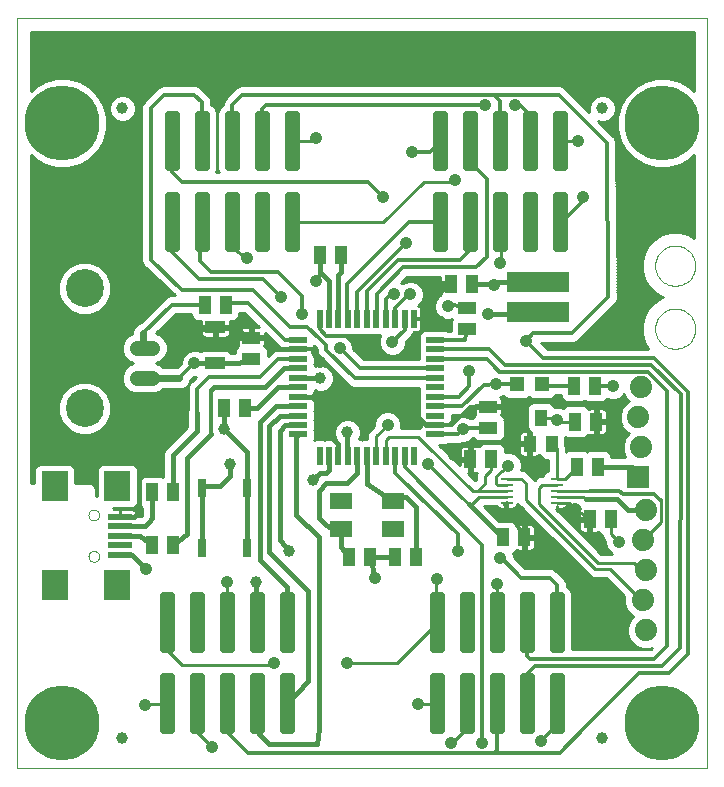
<source format=gtl>
G75*
%MOIN*%
%OFA0B0*%
%FSLAX24Y24*%
%IPPOS*%
%LPD*%
%AMOC8*
5,1,8,0,0,1.08239X$1,22.5*
%
%ADD10C,0.0000*%
%ADD11C,0.0250*%
%ADD12R,0.0600X0.0400*%
%ADD13R,0.0650X0.0400*%
%ADD14R,0.0400X0.0600*%
%ADD15R,0.0748X0.0551*%
%ADD16R,0.0472X0.0472*%
%ADD17R,0.0591X0.0197*%
%ADD18R,0.0197X0.0591*%
%ADD19R,0.0394X0.0098*%
%ADD20R,0.0394X0.0551*%
%ADD21R,0.0300X0.0600*%
%ADD22C,0.0740*%
%ADD23C,0.0394*%
%ADD24R,0.0866X0.0984*%
%ADD25R,0.0787X0.0197*%
%ADD26R,0.2100X0.0650*%
%ADD27R,0.0740X0.0740*%
%ADD28C,0.0515*%
%ADD29C,0.1266*%
%ADD30C,0.0120*%
%ADD31C,0.0410*%
%ADD32C,0.0100*%
%ADD33C,0.0160*%
%ADD34C,0.0396*%
%ADD35C,0.0240*%
%ADD36C,0.2500*%
D10*
X009155Y001180D02*
X009155Y026180D01*
X032155Y026180D01*
X032155Y001180D01*
X009155Y001180D01*
X011528Y008241D02*
X011530Y008267D01*
X011536Y008293D01*
X011546Y008318D01*
X011559Y008341D01*
X011575Y008361D01*
X011595Y008379D01*
X011617Y008394D01*
X011640Y008406D01*
X011666Y008414D01*
X011692Y008418D01*
X011718Y008418D01*
X011744Y008414D01*
X011770Y008406D01*
X011794Y008394D01*
X011815Y008379D01*
X011835Y008361D01*
X011851Y008341D01*
X011864Y008318D01*
X011874Y008293D01*
X011880Y008267D01*
X011882Y008241D01*
X011880Y008215D01*
X011874Y008189D01*
X011864Y008164D01*
X011851Y008141D01*
X011835Y008121D01*
X011815Y008103D01*
X011793Y008088D01*
X011770Y008076D01*
X011744Y008068D01*
X011718Y008064D01*
X011692Y008064D01*
X011666Y008068D01*
X011640Y008076D01*
X011616Y008088D01*
X011595Y008103D01*
X011575Y008121D01*
X011559Y008141D01*
X011546Y008164D01*
X011536Y008189D01*
X011530Y008215D01*
X011528Y008241D01*
X011528Y009619D02*
X011530Y009645D01*
X011536Y009671D01*
X011546Y009696D01*
X011559Y009719D01*
X011575Y009739D01*
X011595Y009757D01*
X011617Y009772D01*
X011640Y009784D01*
X011666Y009792D01*
X011692Y009796D01*
X011718Y009796D01*
X011744Y009792D01*
X011770Y009784D01*
X011794Y009772D01*
X011815Y009757D01*
X011835Y009739D01*
X011851Y009719D01*
X011864Y009696D01*
X011874Y009671D01*
X011880Y009645D01*
X011882Y009619D01*
X011880Y009593D01*
X011874Y009567D01*
X011864Y009542D01*
X011851Y009519D01*
X011835Y009499D01*
X011815Y009481D01*
X011793Y009466D01*
X011770Y009454D01*
X011744Y009446D01*
X011718Y009442D01*
X011692Y009442D01*
X011666Y009446D01*
X011640Y009454D01*
X011616Y009466D01*
X011595Y009481D01*
X011575Y009499D01*
X011559Y009519D01*
X011546Y009542D01*
X011536Y009567D01*
X011530Y009593D01*
X011528Y009619D01*
X030415Y015830D02*
X030417Y015881D01*
X030423Y015932D01*
X030433Y015983D01*
X030446Y016032D01*
X030464Y016080D01*
X030485Y016127D01*
X030509Y016172D01*
X030537Y016215D01*
X030568Y016256D01*
X030602Y016295D01*
X030639Y016330D01*
X030679Y016363D01*
X030721Y016392D01*
X030765Y016419D01*
X030811Y016441D01*
X030859Y016461D01*
X030907Y016476D01*
X030957Y016488D01*
X031008Y016496D01*
X031059Y016500D01*
X031111Y016500D01*
X031162Y016496D01*
X031213Y016488D01*
X031263Y016476D01*
X031311Y016461D01*
X031359Y016441D01*
X031405Y016419D01*
X031449Y016392D01*
X031491Y016363D01*
X031531Y016330D01*
X031568Y016295D01*
X031602Y016256D01*
X031633Y016215D01*
X031661Y016172D01*
X031685Y016127D01*
X031706Y016080D01*
X031724Y016032D01*
X031737Y015983D01*
X031747Y015932D01*
X031753Y015881D01*
X031755Y015830D01*
X031753Y015779D01*
X031747Y015728D01*
X031737Y015677D01*
X031724Y015628D01*
X031706Y015580D01*
X031685Y015533D01*
X031661Y015488D01*
X031633Y015445D01*
X031602Y015404D01*
X031568Y015365D01*
X031531Y015330D01*
X031491Y015297D01*
X031449Y015268D01*
X031405Y015241D01*
X031359Y015219D01*
X031311Y015199D01*
X031263Y015184D01*
X031213Y015172D01*
X031162Y015164D01*
X031111Y015160D01*
X031059Y015160D01*
X031008Y015164D01*
X030957Y015172D01*
X030907Y015184D01*
X030859Y015199D01*
X030811Y015219D01*
X030765Y015241D01*
X030721Y015268D01*
X030679Y015297D01*
X030639Y015330D01*
X030602Y015365D01*
X030568Y015404D01*
X030537Y015445D01*
X030509Y015488D01*
X030485Y015533D01*
X030464Y015580D01*
X030446Y015628D01*
X030433Y015677D01*
X030423Y015728D01*
X030417Y015779D01*
X030415Y015830D01*
X030415Y017930D02*
X030417Y017981D01*
X030423Y018032D01*
X030433Y018083D01*
X030446Y018132D01*
X030464Y018180D01*
X030485Y018227D01*
X030509Y018272D01*
X030537Y018315D01*
X030568Y018356D01*
X030602Y018395D01*
X030639Y018430D01*
X030679Y018463D01*
X030721Y018492D01*
X030765Y018519D01*
X030811Y018541D01*
X030859Y018561D01*
X030907Y018576D01*
X030957Y018588D01*
X031008Y018596D01*
X031059Y018600D01*
X031111Y018600D01*
X031162Y018596D01*
X031213Y018588D01*
X031263Y018576D01*
X031311Y018561D01*
X031359Y018541D01*
X031405Y018519D01*
X031449Y018492D01*
X031491Y018463D01*
X031531Y018430D01*
X031568Y018395D01*
X031602Y018356D01*
X031633Y018315D01*
X031661Y018272D01*
X031685Y018227D01*
X031706Y018180D01*
X031724Y018132D01*
X031737Y018083D01*
X031747Y018032D01*
X031753Y017981D01*
X031755Y017930D01*
X031753Y017879D01*
X031747Y017828D01*
X031737Y017777D01*
X031724Y017728D01*
X031706Y017680D01*
X031685Y017633D01*
X031661Y017588D01*
X031633Y017545D01*
X031602Y017504D01*
X031568Y017465D01*
X031531Y017430D01*
X031491Y017397D01*
X031449Y017368D01*
X031405Y017341D01*
X031359Y017319D01*
X031311Y017299D01*
X031263Y017284D01*
X031213Y017272D01*
X031162Y017264D01*
X031111Y017260D01*
X031059Y017260D01*
X031008Y017264D01*
X030957Y017272D01*
X030907Y017284D01*
X030859Y017299D01*
X030811Y017319D01*
X030765Y017341D01*
X030721Y017368D01*
X030679Y017397D01*
X030639Y017430D01*
X030602Y017465D01*
X030568Y017504D01*
X030537Y017545D01*
X030509Y017588D01*
X030485Y017633D01*
X030464Y017680D01*
X030446Y017728D01*
X030433Y017777D01*
X030423Y017828D01*
X030417Y017879D01*
X030415Y017930D01*
D11*
X027391Y018505D02*
X027391Y020255D01*
X027391Y018505D02*
X027141Y018505D01*
X027141Y020255D01*
X027391Y020255D01*
X027391Y018754D02*
X027141Y018754D01*
X027141Y019003D02*
X027391Y019003D01*
X027391Y019252D02*
X027141Y019252D01*
X027141Y019501D02*
X027391Y019501D01*
X027391Y019750D02*
X027141Y019750D01*
X027141Y019999D02*
X027391Y019999D01*
X027391Y020248D02*
X027141Y020248D01*
X026391Y020255D02*
X026391Y018505D01*
X026141Y018505D01*
X026141Y020255D01*
X026391Y020255D01*
X026391Y018754D02*
X026141Y018754D01*
X026141Y019003D02*
X026391Y019003D01*
X026391Y019252D02*
X026141Y019252D01*
X026141Y019501D02*
X026391Y019501D01*
X026391Y019750D02*
X026141Y019750D01*
X026141Y019999D02*
X026391Y019999D01*
X026391Y020248D02*
X026141Y020248D01*
X025391Y020255D02*
X025391Y018505D01*
X025141Y018505D01*
X025141Y020255D01*
X025391Y020255D01*
X025391Y018754D02*
X025141Y018754D01*
X025141Y019003D02*
X025391Y019003D01*
X025391Y019252D02*
X025141Y019252D01*
X025141Y019501D02*
X025391Y019501D01*
X025391Y019750D02*
X025141Y019750D01*
X025141Y019999D02*
X025391Y019999D01*
X025391Y020248D02*
X025141Y020248D01*
X024391Y020255D02*
X024391Y018505D01*
X024141Y018505D01*
X024141Y020255D01*
X024391Y020255D01*
X024391Y018754D02*
X024141Y018754D01*
X024141Y019003D02*
X024391Y019003D01*
X024391Y019252D02*
X024141Y019252D01*
X024141Y019501D02*
X024391Y019501D01*
X024391Y019750D02*
X024141Y019750D01*
X024141Y019999D02*
X024391Y019999D01*
X024391Y020248D02*
X024141Y020248D01*
X023391Y020255D02*
X023391Y018505D01*
X023141Y018505D01*
X023141Y020255D01*
X023391Y020255D01*
X023391Y018754D02*
X023141Y018754D01*
X023141Y019003D02*
X023391Y019003D01*
X023391Y019252D02*
X023141Y019252D01*
X023141Y019501D02*
X023391Y019501D01*
X023391Y019750D02*
X023141Y019750D01*
X023141Y019999D02*
X023391Y019999D01*
X023391Y020248D02*
X023141Y020248D01*
X023391Y021205D02*
X023391Y022955D01*
X023391Y021205D02*
X023141Y021205D01*
X023141Y022955D01*
X023391Y022955D01*
X023391Y021454D02*
X023141Y021454D01*
X023141Y021703D02*
X023391Y021703D01*
X023391Y021952D02*
X023141Y021952D01*
X023141Y022201D02*
X023391Y022201D01*
X023391Y022450D02*
X023141Y022450D01*
X023141Y022699D02*
X023391Y022699D01*
X023391Y022948D02*
X023141Y022948D01*
X024391Y022955D02*
X024391Y021205D01*
X024141Y021205D01*
X024141Y022955D01*
X024391Y022955D01*
X024391Y021454D02*
X024141Y021454D01*
X024141Y021703D02*
X024391Y021703D01*
X024391Y021952D02*
X024141Y021952D01*
X024141Y022201D02*
X024391Y022201D01*
X024391Y022450D02*
X024141Y022450D01*
X024141Y022699D02*
X024391Y022699D01*
X024391Y022948D02*
X024141Y022948D01*
X025391Y022955D02*
X025391Y021205D01*
X025141Y021205D01*
X025141Y022955D01*
X025391Y022955D01*
X025391Y021454D02*
X025141Y021454D01*
X025141Y021703D02*
X025391Y021703D01*
X025391Y021952D02*
X025141Y021952D01*
X025141Y022201D02*
X025391Y022201D01*
X025391Y022450D02*
X025141Y022450D01*
X025141Y022699D02*
X025391Y022699D01*
X025391Y022948D02*
X025141Y022948D01*
X026391Y022955D02*
X026391Y021205D01*
X026141Y021205D01*
X026141Y022955D01*
X026391Y022955D01*
X026391Y021454D02*
X026141Y021454D01*
X026141Y021703D02*
X026391Y021703D01*
X026391Y021952D02*
X026141Y021952D01*
X026141Y022201D02*
X026391Y022201D01*
X026391Y022450D02*
X026141Y022450D01*
X026141Y022699D02*
X026391Y022699D01*
X026391Y022948D02*
X026141Y022948D01*
X027391Y022955D02*
X027391Y021205D01*
X027141Y021205D01*
X027141Y022955D01*
X027391Y022955D01*
X027391Y021454D02*
X027141Y021454D01*
X027141Y021703D02*
X027391Y021703D01*
X027391Y021952D02*
X027141Y021952D01*
X027141Y022201D02*
X027391Y022201D01*
X027391Y022450D02*
X027141Y022450D01*
X027141Y022699D02*
X027391Y022699D01*
X027391Y022948D02*
X027141Y022948D01*
X018452Y022955D02*
X018452Y021205D01*
X018202Y021205D01*
X018202Y022955D01*
X018452Y022955D01*
X018452Y021454D02*
X018202Y021454D01*
X018202Y021703D02*
X018452Y021703D01*
X018452Y021952D02*
X018202Y021952D01*
X018202Y022201D02*
X018452Y022201D01*
X018452Y022450D02*
X018202Y022450D01*
X018202Y022699D02*
X018452Y022699D01*
X018452Y022948D02*
X018202Y022948D01*
X017452Y022955D02*
X017452Y021205D01*
X017202Y021205D01*
X017202Y022955D01*
X017452Y022955D01*
X017452Y021454D02*
X017202Y021454D01*
X017202Y021703D02*
X017452Y021703D01*
X017452Y021952D02*
X017202Y021952D01*
X017202Y022201D02*
X017452Y022201D01*
X017452Y022450D02*
X017202Y022450D01*
X017202Y022699D02*
X017452Y022699D01*
X017452Y022948D02*
X017202Y022948D01*
X016452Y022955D02*
X016452Y021205D01*
X016202Y021205D01*
X016202Y022955D01*
X016452Y022955D01*
X016452Y021454D02*
X016202Y021454D01*
X016202Y021703D02*
X016452Y021703D01*
X016452Y021952D02*
X016202Y021952D01*
X016202Y022201D02*
X016452Y022201D01*
X016452Y022450D02*
X016202Y022450D01*
X016202Y022699D02*
X016452Y022699D01*
X016452Y022948D02*
X016202Y022948D01*
X015452Y022955D02*
X015452Y021205D01*
X015202Y021205D01*
X015202Y022955D01*
X015452Y022955D01*
X015452Y021454D02*
X015202Y021454D01*
X015202Y021703D02*
X015452Y021703D01*
X015452Y021952D02*
X015202Y021952D01*
X015202Y022201D02*
X015452Y022201D01*
X015452Y022450D02*
X015202Y022450D01*
X015202Y022699D02*
X015452Y022699D01*
X015452Y022948D02*
X015202Y022948D01*
X014452Y022955D02*
X014452Y021205D01*
X014202Y021205D01*
X014202Y022955D01*
X014452Y022955D01*
X014452Y021454D02*
X014202Y021454D01*
X014202Y021703D02*
X014452Y021703D01*
X014452Y021952D02*
X014202Y021952D01*
X014202Y022201D02*
X014452Y022201D01*
X014452Y022450D02*
X014202Y022450D01*
X014202Y022699D02*
X014452Y022699D01*
X014452Y022948D02*
X014202Y022948D01*
X014452Y020255D02*
X014452Y018505D01*
X014202Y018505D01*
X014202Y020255D01*
X014452Y020255D01*
X014452Y018754D02*
X014202Y018754D01*
X014202Y019003D02*
X014452Y019003D01*
X014452Y019252D02*
X014202Y019252D01*
X014202Y019501D02*
X014452Y019501D01*
X014452Y019750D02*
X014202Y019750D01*
X014202Y019999D02*
X014452Y019999D01*
X014452Y020248D02*
X014202Y020248D01*
X015452Y020255D02*
X015452Y018505D01*
X015202Y018505D01*
X015202Y020255D01*
X015452Y020255D01*
X015452Y018754D02*
X015202Y018754D01*
X015202Y019003D02*
X015452Y019003D01*
X015452Y019252D02*
X015202Y019252D01*
X015202Y019501D02*
X015452Y019501D01*
X015452Y019750D02*
X015202Y019750D01*
X015202Y019999D02*
X015452Y019999D01*
X015452Y020248D02*
X015202Y020248D01*
X016452Y020255D02*
X016452Y018505D01*
X016202Y018505D01*
X016202Y020255D01*
X016452Y020255D01*
X016452Y018754D02*
X016202Y018754D01*
X016202Y019003D02*
X016452Y019003D01*
X016452Y019252D02*
X016202Y019252D01*
X016202Y019501D02*
X016452Y019501D01*
X016452Y019750D02*
X016202Y019750D01*
X016202Y019999D02*
X016452Y019999D01*
X016452Y020248D02*
X016202Y020248D01*
X017452Y020255D02*
X017452Y018505D01*
X017202Y018505D01*
X017202Y020255D01*
X017452Y020255D01*
X017452Y018754D02*
X017202Y018754D01*
X017202Y019003D02*
X017452Y019003D01*
X017452Y019252D02*
X017202Y019252D01*
X017202Y019501D02*
X017452Y019501D01*
X017452Y019750D02*
X017202Y019750D01*
X017202Y019999D02*
X017452Y019999D01*
X017452Y020248D02*
X017202Y020248D01*
X018452Y020255D02*
X018452Y018505D01*
X018202Y018505D01*
X018202Y020255D01*
X018452Y020255D01*
X018452Y018754D02*
X018202Y018754D01*
X018202Y019003D02*
X018452Y019003D01*
X018452Y019252D02*
X018202Y019252D01*
X018202Y019501D02*
X018452Y019501D01*
X018452Y019750D02*
X018202Y019750D01*
X018202Y019999D02*
X018452Y019999D01*
X018452Y020248D02*
X018202Y020248D01*
X018030Y006905D02*
X018030Y005155D01*
X018030Y006905D02*
X018280Y006905D01*
X018280Y005155D01*
X018030Y005155D01*
X018030Y005404D02*
X018280Y005404D01*
X018280Y005653D02*
X018030Y005653D01*
X018030Y005902D02*
X018280Y005902D01*
X018280Y006151D02*
X018030Y006151D01*
X018030Y006400D02*
X018280Y006400D01*
X018280Y006649D02*
X018030Y006649D01*
X018030Y006898D02*
X018280Y006898D01*
X017030Y006905D02*
X017030Y005155D01*
X017030Y006905D02*
X017280Y006905D01*
X017280Y005155D01*
X017030Y005155D01*
X017030Y005404D02*
X017280Y005404D01*
X017280Y005653D02*
X017030Y005653D01*
X017030Y005902D02*
X017280Y005902D01*
X017280Y006151D02*
X017030Y006151D01*
X017030Y006400D02*
X017280Y006400D01*
X017280Y006649D02*
X017030Y006649D01*
X017030Y006898D02*
X017280Y006898D01*
X016030Y006905D02*
X016030Y005155D01*
X016030Y006905D02*
X016280Y006905D01*
X016280Y005155D01*
X016030Y005155D01*
X016030Y005404D02*
X016280Y005404D01*
X016280Y005653D02*
X016030Y005653D01*
X016030Y005902D02*
X016280Y005902D01*
X016280Y006151D02*
X016030Y006151D01*
X016030Y006400D02*
X016280Y006400D01*
X016280Y006649D02*
X016030Y006649D01*
X016030Y006898D02*
X016280Y006898D01*
X015030Y006905D02*
X015030Y005155D01*
X015030Y006905D02*
X015280Y006905D01*
X015280Y005155D01*
X015030Y005155D01*
X015030Y005404D02*
X015280Y005404D01*
X015280Y005653D02*
X015030Y005653D01*
X015030Y005902D02*
X015280Y005902D01*
X015280Y006151D02*
X015030Y006151D01*
X015030Y006400D02*
X015280Y006400D01*
X015280Y006649D02*
X015030Y006649D01*
X015030Y006898D02*
X015280Y006898D01*
X014030Y006905D02*
X014030Y005155D01*
X014030Y006905D02*
X014280Y006905D01*
X014280Y005155D01*
X014030Y005155D01*
X014030Y005404D02*
X014280Y005404D01*
X014280Y005653D02*
X014030Y005653D01*
X014030Y005902D02*
X014280Y005902D01*
X014280Y006151D02*
X014030Y006151D01*
X014030Y006400D02*
X014280Y006400D01*
X014280Y006649D02*
X014030Y006649D01*
X014030Y006898D02*
X014280Y006898D01*
X014030Y004205D02*
X014030Y002455D01*
X014030Y004205D02*
X014280Y004205D01*
X014280Y002455D01*
X014030Y002455D01*
X014030Y002704D02*
X014280Y002704D01*
X014280Y002953D02*
X014030Y002953D01*
X014030Y003202D02*
X014280Y003202D01*
X014280Y003451D02*
X014030Y003451D01*
X014030Y003700D02*
X014280Y003700D01*
X014280Y003949D02*
X014030Y003949D01*
X014030Y004198D02*
X014280Y004198D01*
X015030Y004205D02*
X015030Y002455D01*
X015030Y004205D02*
X015280Y004205D01*
X015280Y002455D01*
X015030Y002455D01*
X015030Y002704D02*
X015280Y002704D01*
X015280Y002953D02*
X015030Y002953D01*
X015030Y003202D02*
X015280Y003202D01*
X015280Y003451D02*
X015030Y003451D01*
X015030Y003700D02*
X015280Y003700D01*
X015280Y003949D02*
X015030Y003949D01*
X015030Y004198D02*
X015280Y004198D01*
X016030Y004205D02*
X016030Y002455D01*
X016030Y004205D02*
X016280Y004205D01*
X016280Y002455D01*
X016030Y002455D01*
X016030Y002704D02*
X016280Y002704D01*
X016280Y002953D02*
X016030Y002953D01*
X016030Y003202D02*
X016280Y003202D01*
X016280Y003451D02*
X016030Y003451D01*
X016030Y003700D02*
X016280Y003700D01*
X016280Y003949D02*
X016030Y003949D01*
X016030Y004198D02*
X016280Y004198D01*
X017030Y004205D02*
X017030Y002455D01*
X017030Y004205D02*
X017280Y004205D01*
X017280Y002455D01*
X017030Y002455D01*
X017030Y002704D02*
X017280Y002704D01*
X017280Y002953D02*
X017030Y002953D01*
X017030Y003202D02*
X017280Y003202D01*
X017280Y003451D02*
X017030Y003451D01*
X017030Y003700D02*
X017280Y003700D01*
X017280Y003949D02*
X017030Y003949D01*
X017030Y004198D02*
X017280Y004198D01*
X018030Y004205D02*
X018030Y002455D01*
X018030Y004205D02*
X018280Y004205D01*
X018280Y002455D01*
X018030Y002455D01*
X018030Y002704D02*
X018280Y002704D01*
X018280Y002953D02*
X018030Y002953D01*
X018030Y003202D02*
X018280Y003202D01*
X018280Y003451D02*
X018030Y003451D01*
X018030Y003700D02*
X018280Y003700D01*
X018280Y003949D02*
X018030Y003949D01*
X018030Y004198D02*
X018280Y004198D01*
X023030Y004205D02*
X023030Y002455D01*
X023030Y004205D02*
X023280Y004205D01*
X023280Y002455D01*
X023030Y002455D01*
X023030Y002704D02*
X023280Y002704D01*
X023280Y002953D02*
X023030Y002953D01*
X023030Y003202D02*
X023280Y003202D01*
X023280Y003451D02*
X023030Y003451D01*
X023030Y003700D02*
X023280Y003700D01*
X023280Y003949D02*
X023030Y003949D01*
X023030Y004198D02*
X023280Y004198D01*
X024030Y004205D02*
X024030Y002455D01*
X024030Y004205D02*
X024280Y004205D01*
X024280Y002455D01*
X024030Y002455D01*
X024030Y002704D02*
X024280Y002704D01*
X024280Y002953D02*
X024030Y002953D01*
X024030Y003202D02*
X024280Y003202D01*
X024280Y003451D02*
X024030Y003451D01*
X024030Y003700D02*
X024280Y003700D01*
X024280Y003949D02*
X024030Y003949D01*
X024030Y004198D02*
X024280Y004198D01*
X025030Y004205D02*
X025030Y002455D01*
X025030Y004205D02*
X025280Y004205D01*
X025280Y002455D01*
X025030Y002455D01*
X025030Y002704D02*
X025280Y002704D01*
X025280Y002953D02*
X025030Y002953D01*
X025030Y003202D02*
X025280Y003202D01*
X025280Y003451D02*
X025030Y003451D01*
X025030Y003700D02*
X025280Y003700D01*
X025280Y003949D02*
X025030Y003949D01*
X025030Y004198D02*
X025280Y004198D01*
X026030Y004205D02*
X026030Y002455D01*
X026030Y004205D02*
X026280Y004205D01*
X026280Y002455D01*
X026030Y002455D01*
X026030Y002704D02*
X026280Y002704D01*
X026280Y002953D02*
X026030Y002953D01*
X026030Y003202D02*
X026280Y003202D01*
X026280Y003451D02*
X026030Y003451D01*
X026030Y003700D02*
X026280Y003700D01*
X026280Y003949D02*
X026030Y003949D01*
X026030Y004198D02*
X026280Y004198D01*
X027030Y004205D02*
X027030Y002455D01*
X027030Y004205D02*
X027280Y004205D01*
X027280Y002455D01*
X027030Y002455D01*
X027030Y002704D02*
X027280Y002704D01*
X027280Y002953D02*
X027030Y002953D01*
X027030Y003202D02*
X027280Y003202D01*
X027280Y003451D02*
X027030Y003451D01*
X027030Y003700D02*
X027280Y003700D01*
X027280Y003949D02*
X027030Y003949D01*
X027030Y004198D02*
X027280Y004198D01*
X027030Y005155D02*
X027030Y006905D01*
X027280Y006905D01*
X027280Y005155D01*
X027030Y005155D01*
X027030Y005404D02*
X027280Y005404D01*
X027280Y005653D02*
X027030Y005653D01*
X027030Y005902D02*
X027280Y005902D01*
X027280Y006151D02*
X027030Y006151D01*
X027030Y006400D02*
X027280Y006400D01*
X027280Y006649D02*
X027030Y006649D01*
X027030Y006898D02*
X027280Y006898D01*
X026030Y006905D02*
X026030Y005155D01*
X026030Y006905D02*
X026280Y006905D01*
X026280Y005155D01*
X026030Y005155D01*
X026030Y005404D02*
X026280Y005404D01*
X026280Y005653D02*
X026030Y005653D01*
X026030Y005902D02*
X026280Y005902D01*
X026280Y006151D02*
X026030Y006151D01*
X026030Y006400D02*
X026280Y006400D01*
X026280Y006649D02*
X026030Y006649D01*
X026030Y006898D02*
X026280Y006898D01*
X025030Y006905D02*
X025030Y005155D01*
X025030Y006905D02*
X025280Y006905D01*
X025280Y005155D01*
X025030Y005155D01*
X025030Y005404D02*
X025280Y005404D01*
X025280Y005653D02*
X025030Y005653D01*
X025030Y005902D02*
X025280Y005902D01*
X025280Y006151D02*
X025030Y006151D01*
X025030Y006400D02*
X025280Y006400D01*
X025280Y006649D02*
X025030Y006649D01*
X025030Y006898D02*
X025280Y006898D01*
X024030Y006905D02*
X024030Y005155D01*
X024030Y006905D02*
X024280Y006905D01*
X024280Y005155D01*
X024030Y005155D01*
X024030Y005404D02*
X024280Y005404D01*
X024280Y005653D02*
X024030Y005653D01*
X024030Y005902D02*
X024280Y005902D01*
X024280Y006151D02*
X024030Y006151D01*
X024030Y006400D02*
X024280Y006400D01*
X024280Y006649D02*
X024030Y006649D01*
X024030Y006898D02*
X024280Y006898D01*
X023030Y006905D02*
X023030Y005155D01*
X023030Y006905D02*
X023280Y006905D01*
X023280Y005155D01*
X023030Y005155D01*
X023030Y005404D02*
X023280Y005404D01*
X023280Y005653D02*
X023030Y005653D01*
X023030Y005902D02*
X023280Y005902D01*
X023280Y006151D02*
X023030Y006151D01*
X023030Y006400D02*
X023280Y006400D01*
X023280Y006649D02*
X023030Y006649D01*
X023030Y006898D02*
X023280Y006898D01*
D12*
X024855Y012530D03*
X024855Y013230D03*
X024155Y015830D03*
X024155Y016530D03*
X016955Y015530D03*
X016955Y014830D03*
D13*
X015755Y014680D03*
X015755Y015880D03*
D14*
X015405Y016630D03*
X016105Y016630D03*
X019255Y018280D03*
X019955Y018280D03*
X023605Y017330D03*
X024305Y017330D03*
X027715Y013930D03*
X028415Y013930D03*
X028455Y012730D03*
X027755Y012730D03*
X027805Y011230D03*
X028505Y011230D03*
X028245Y009480D03*
X028945Y009480D03*
X026055Y008880D03*
X025355Y008880D03*
X022455Y008230D03*
X021755Y008230D03*
X020905Y008230D03*
X020205Y008230D03*
X024255Y011480D03*
X024955Y011480D03*
X016755Y013180D03*
X016055Y013180D03*
X014355Y010380D03*
X013655Y010380D03*
X013655Y008630D03*
X014355Y008630D03*
D15*
X019939Y009158D03*
X019939Y010102D03*
X021671Y010102D03*
X021671Y009158D03*
D16*
X025812Y013980D03*
X026638Y013980D03*
D17*
X023088Y013880D03*
X023088Y013565D03*
X023088Y013250D03*
X023088Y012935D03*
X023088Y012620D03*
X023088Y012305D03*
X023088Y014195D03*
X023088Y014510D03*
X023088Y014825D03*
X023088Y015140D03*
X023088Y015455D03*
X018522Y015455D03*
X018522Y015140D03*
X018522Y014825D03*
X018522Y014510D03*
X018522Y014195D03*
X018522Y013880D03*
X018522Y013565D03*
X018522Y013250D03*
X018522Y012935D03*
X018522Y012620D03*
X018522Y012305D03*
D18*
X019230Y011597D03*
X019545Y011597D03*
X019860Y011597D03*
X020175Y011597D03*
X020490Y011597D03*
X020805Y011597D03*
X021120Y011597D03*
X021435Y011597D03*
X021750Y011597D03*
X022065Y011597D03*
X022380Y011597D03*
X022380Y016163D03*
X022065Y016163D03*
X021750Y016163D03*
X021435Y016163D03*
X021120Y016163D03*
X020805Y016163D03*
X020490Y016163D03*
X020175Y016163D03*
X019860Y016163D03*
X019545Y016163D03*
X019230Y016163D03*
D19*
X025473Y010824D03*
X025473Y010627D03*
X025473Y010430D03*
X025473Y010233D03*
X025473Y010036D03*
X027137Y010036D03*
X027137Y010233D03*
X027137Y010430D03*
X027137Y010627D03*
X027137Y010824D03*
D20*
X026979Y011997D03*
X026231Y011997D03*
X026605Y012863D03*
D21*
X016805Y010530D03*
X015305Y010530D03*
X015305Y008530D03*
X016805Y008530D03*
D22*
X029855Y012880D03*
X029955Y011880D03*
X029955Y013880D03*
X030105Y009780D03*
X030005Y008780D03*
X030105Y007780D03*
X030005Y006780D03*
X030105Y005780D03*
D23*
X028655Y002180D03*
X012655Y002180D03*
X012655Y023180D03*
X028655Y023180D03*
D24*
X012492Y010584D03*
X010406Y010584D03*
X010406Y007276D03*
X012492Y007276D03*
D25*
X012591Y008300D03*
X012591Y008615D03*
X012591Y008930D03*
X012591Y009245D03*
X012591Y009560D03*
D26*
X026505Y016380D03*
X026505Y017380D03*
D27*
X029855Y010880D03*
D28*
X013662Y014180D02*
X013148Y014180D01*
X013148Y015180D02*
X013662Y015180D01*
D29*
X011405Y017180D03*
X011405Y013180D03*
D30*
X013405Y015180D02*
X013355Y015330D01*
X013355Y015680D02*
X014305Y016630D01*
X015405Y016630D01*
X016105Y016630D02*
X016155Y016680D01*
X016855Y016680D01*
X018080Y015455D01*
X018522Y015455D01*
X018427Y015140D02*
X018945Y015140D01*
X019030Y015055D01*
X019255Y014730D01*
X019455Y015130D02*
X020405Y014180D01*
X023074Y014180D01*
X023088Y014195D01*
X023088Y014510D02*
X020575Y014510D01*
X019905Y015180D01*
X019455Y015130D02*
X019455Y015280D01*
X019255Y015480D01*
X018805Y015880D01*
X018255Y015880D01*
X017005Y017130D01*
X014655Y017130D01*
X013605Y018130D01*
X013605Y023180D01*
X014055Y023630D01*
X015055Y023630D01*
X015305Y023380D01*
X015305Y022102D01*
X015327Y022080D01*
X014327Y022080D02*
X014327Y021058D01*
X014655Y020730D01*
X020855Y020730D01*
X021355Y020230D01*
X022205Y019380D02*
X020155Y017330D01*
X020155Y016184D01*
X020175Y016163D01*
X020490Y016163D02*
X020490Y017065D01*
X021905Y018480D01*
X022105Y018680D01*
X021855Y018130D02*
X020805Y017080D01*
X020805Y016163D01*
X021120Y016163D02*
X021155Y016199D01*
X021155Y016980D01*
X022005Y017880D01*
X024455Y017880D01*
X024805Y018230D01*
X024805Y020830D01*
X024266Y021369D01*
X024266Y022080D01*
X025255Y022091D02*
X025266Y022080D01*
X025255Y022091D02*
X025255Y023430D01*
X025055Y023630D01*
X027205Y023630D01*
X028805Y022030D01*
X028855Y016880D01*
X027655Y015680D01*
X026355Y015680D01*
X026105Y015430D01*
X026535Y015000D01*
X026685Y014850D01*
X030375Y014850D01*
X031515Y013710D01*
X031505Y004980D01*
X030865Y004340D01*
X029865Y004340D01*
X028075Y002540D01*
X027235Y001700D01*
X027205Y001680D01*
X025055Y001680D01*
X025155Y001780D01*
X025155Y002580D01*
X025155Y003330D01*
X026155Y003330D02*
X026155Y004330D01*
X026405Y004580D01*
X030455Y004580D01*
X030655Y004580D01*
X031255Y005180D01*
X031265Y013650D01*
X030295Y014620D01*
X025405Y014620D01*
X025255Y014780D01*
X025245Y014790D01*
X024895Y015140D01*
X023088Y015140D01*
X023088Y015455D02*
X024080Y015455D01*
X024155Y015830D01*
X023305Y016180D02*
X023288Y016163D01*
X022380Y016163D01*
X022065Y016163D02*
X022065Y015790D01*
X021655Y015380D01*
X021750Y016163D02*
X021755Y016169D01*
X021755Y016530D01*
X022205Y016980D01*
X022255Y016980D01*
X021705Y016980D02*
X021705Y017080D01*
X021455Y016830D01*
X021455Y016184D01*
X021435Y016163D01*
X020755Y015280D02*
X020555Y015430D01*
X020455Y015580D01*
X019455Y015580D01*
X019230Y015805D01*
X019230Y016163D01*
X018655Y016330D02*
X018655Y016930D01*
X017855Y017730D01*
X015605Y017730D01*
X015255Y018080D01*
X015255Y019080D01*
X015355Y019180D01*
X015355Y019352D01*
X015327Y019380D01*
X014327Y019380D02*
X014277Y018408D01*
X015205Y017480D01*
X017355Y017480D01*
X017955Y016880D01*
X019105Y017430D02*
X019255Y017580D01*
X019255Y018080D01*
X021855Y018130D02*
X023905Y018130D01*
X024266Y018491D01*
X024266Y019380D01*
X023266Y019380D02*
X022205Y019380D01*
X022305Y021730D02*
X022916Y021730D01*
X023266Y022080D01*
X024755Y023280D02*
X017455Y023280D01*
X017327Y023152D01*
X017327Y022080D01*
X016327Y022080D02*
X016327Y023302D01*
X016655Y023630D01*
X025055Y023630D01*
X025755Y023280D02*
X025905Y023280D01*
X026305Y022880D01*
X026305Y022119D01*
X026266Y022080D01*
X024155Y016530D02*
X023405Y016680D01*
X023505Y016580D01*
X023088Y014825D02*
X024800Y014825D01*
X025045Y014580D01*
X025225Y014400D01*
X029105Y014400D01*
X030165Y014400D01*
X030805Y013760D01*
X030805Y013020D01*
X030825Y005260D01*
X030395Y004830D01*
X026255Y004830D01*
X026155Y004930D01*
X026155Y006030D01*
X027155Y006030D02*
X027155Y007280D01*
X026905Y007530D01*
X025955Y007530D01*
X025305Y008180D01*
X025255Y008180D01*
X024655Y008630D02*
X024655Y002230D01*
X024655Y002030D01*
X024505Y001680D02*
X025055Y001680D01*
X024505Y001680D02*
X024355Y001680D01*
X024205Y001680D01*
X016855Y001680D01*
X016155Y002380D01*
X016155Y003330D01*
X023855Y008430D02*
X023855Y008480D01*
X023855Y008980D01*
X021955Y010830D01*
X021750Y011035D01*
X021750Y011597D01*
X022065Y011597D02*
X022065Y011220D01*
X024655Y008630D01*
X025255Y009630D02*
X025473Y009848D01*
X025473Y010036D01*
X025405Y009968D01*
X026055Y008880D01*
X028235Y010430D02*
X029225Y010430D01*
X029335Y010320D01*
X030395Y010320D01*
X030585Y010130D01*
X030605Y010130D01*
X029015Y013920D02*
X028415Y013930D01*
X027715Y013930D02*
X026855Y013930D01*
X026805Y013980D01*
X026638Y013980D01*
X025812Y013980D02*
X025105Y013990D01*
X024715Y013970D01*
X025105Y013990D01*
X024715Y013970D02*
X023975Y013250D01*
X023088Y013250D01*
X023088Y013565D02*
X023890Y013565D01*
X024205Y013930D01*
X024205Y014430D01*
X024255Y013230D02*
X024855Y013230D01*
X024255Y013230D02*
X023645Y012620D01*
X023088Y012620D01*
X023088Y012305D02*
X023830Y012305D01*
X024005Y012480D01*
X024055Y012530D01*
X024855Y012530D01*
X023705Y011630D02*
X023705Y011530D01*
X018522Y014825D02*
X017850Y014825D01*
X017255Y014230D01*
X015555Y014230D01*
X015155Y013830D01*
X015155Y013030D01*
X015605Y012330D02*
X015605Y013780D01*
X015055Y014680D02*
X014555Y014180D01*
X027155Y003330D02*
X027155Y002630D01*
X026605Y002080D01*
D31*
X026605Y002080D03*
X024655Y002030D03*
X023605Y002030D03*
X022505Y003330D03*
X020155Y004680D03*
X017705Y004680D03*
X016155Y007380D03*
X013455Y007830D03*
X013405Y003280D03*
X015655Y001880D03*
X021085Y007510D03*
X023155Y007480D03*
X023855Y008430D03*
X025255Y008180D03*
X025155Y007330D03*
X025255Y009630D03*
X025525Y011270D03*
X023705Y011630D03*
X024005Y012480D03*
X022855Y011330D03*
X021505Y012630D03*
X019255Y014730D03*
X019905Y015180D03*
X020555Y015430D03*
X021655Y015380D03*
X023505Y016580D03*
X022255Y016980D03*
X021705Y016980D03*
X022105Y018680D03*
X021355Y020230D03*
X022305Y021730D03*
X023755Y020780D03*
X024755Y023280D03*
X025755Y023280D03*
X027855Y022080D03*
X028005Y020230D03*
X025255Y018030D03*
X025055Y017280D03*
X024855Y016330D03*
X026105Y015430D03*
X025105Y013990D03*
X024205Y014430D03*
X027155Y012780D03*
X029015Y013920D03*
X027755Y009830D03*
X029205Y008730D03*
X018655Y016330D03*
X017955Y016880D03*
X019105Y017430D03*
X016805Y018180D03*
X014455Y014930D03*
X015055Y014680D03*
X014405Y013480D03*
X019105Y022180D03*
D32*
X019005Y022080D01*
X018327Y022080D01*
X016593Y023940D02*
X016479Y023893D01*
X016392Y023806D01*
X016064Y023478D01*
X016017Y023364D01*
X016017Y023284D01*
X015990Y023273D01*
X015884Y023167D01*
X015827Y023030D01*
X015770Y023167D01*
X015664Y023273D01*
X015615Y023293D01*
X015615Y023442D01*
X015568Y023556D01*
X015481Y023643D01*
X015231Y023893D01*
X015117Y023940D01*
X013993Y023940D01*
X013879Y023893D01*
X013792Y023806D01*
X013342Y023356D01*
X013295Y023242D01*
X013295Y018188D01*
X013294Y018184D01*
X013295Y018126D01*
X013295Y018068D01*
X013297Y018065D01*
X013297Y018061D01*
X013320Y018008D01*
X013342Y017954D01*
X013345Y017952D01*
X013347Y017948D01*
X013388Y017908D01*
X013429Y017867D01*
X013433Y017866D01*
X014405Y016940D01*
X014243Y016940D01*
X014129Y016893D01*
X013287Y016050D01*
X013281Y016050D01*
X013145Y015994D01*
X013041Y015890D01*
X012985Y015754D01*
X012985Y015662D01*
X012860Y015610D01*
X012717Y015467D01*
X012640Y015281D01*
X012640Y015079D01*
X012717Y014893D01*
X012860Y014750D01*
X013029Y014680D01*
X012860Y014610D01*
X012717Y014467D01*
X012640Y014281D01*
X012640Y014079D01*
X012717Y013893D01*
X012860Y013750D01*
X013047Y013673D01*
X013763Y013673D01*
X013950Y013750D01*
X014010Y013810D01*
X014629Y013810D01*
X014765Y013866D01*
X014869Y013970D01*
X014925Y014106D01*
X014925Y014112D01*
X015038Y014225D01*
X015112Y014225D01*
X014979Y014093D01*
X014892Y014006D01*
X014845Y013892D01*
X014845Y013144D01*
X014825Y013096D01*
X014825Y012567D01*
X014075Y011817D01*
X014025Y011696D01*
X014025Y010897D01*
X014013Y010892D01*
X014005Y010884D01*
X013997Y010892D01*
X013905Y010930D01*
X013405Y010930D01*
X013313Y010892D01*
X013243Y010822D01*
X013205Y010730D01*
X013205Y010030D01*
X013243Y009938D01*
X013313Y009868D01*
X013325Y009863D01*
X013325Y009630D01*
X013299Y009590D01*
X013283Y009575D01*
X013135Y009575D01*
X013135Y009678D01*
X013124Y009716D01*
X013105Y009750D01*
X013325Y009750D01*
X013325Y009848D02*
X012991Y009848D01*
X012975Y009841D02*
X013067Y009879D01*
X013137Y009950D01*
X013175Y010042D01*
X013175Y011125D01*
X013137Y011217D01*
X013067Y011288D01*
X012975Y011326D01*
X012010Y011326D01*
X011918Y011288D01*
X011847Y011217D01*
X011809Y011125D01*
X011809Y010246D01*
X011778Y010246D01*
X011778Y010495D01*
X011740Y010587D01*
X011669Y010658D01*
X011578Y010696D01*
X011089Y010696D01*
X011089Y011125D01*
X011051Y011217D01*
X010980Y011288D01*
X010889Y011326D01*
X012009Y011326D01*
X011857Y011227D02*
X011041Y011227D01*
X011088Y011129D02*
X011811Y011129D01*
X011809Y011030D02*
X011089Y011030D01*
X011089Y010932D02*
X011809Y010932D01*
X011809Y010833D02*
X011089Y010833D01*
X011089Y010735D02*
X011809Y010735D01*
X011809Y010636D02*
X011691Y010636D01*
X011760Y010538D02*
X011809Y010538D01*
X011809Y010439D02*
X011778Y010439D01*
X011778Y010341D02*
X011809Y010341D01*
X012358Y009841D02*
X012975Y009841D01*
X013004Y009808D02*
X012591Y009808D01*
X012591Y009593D01*
X012591Y009593D01*
X012591Y009808D01*
X012391Y009808D01*
X012358Y009841D01*
X012591Y009750D02*
X012591Y009750D01*
X012591Y009651D02*
X012591Y009651D01*
X013004Y009808D02*
X013042Y009798D01*
X013077Y009778D01*
X013105Y009750D01*
X013135Y009651D02*
X013325Y009651D01*
X013240Y009947D02*
X013134Y009947D01*
X013175Y010045D02*
X013205Y010045D01*
X013205Y010144D02*
X013175Y010144D01*
X013175Y010242D02*
X013205Y010242D01*
X013205Y010341D02*
X013175Y010341D01*
X013175Y010439D02*
X013205Y010439D01*
X013205Y010538D02*
X013175Y010538D01*
X013175Y010636D02*
X013205Y010636D01*
X013207Y010735D02*
X013175Y010735D01*
X013175Y010833D02*
X013254Y010833D01*
X013175Y010932D02*
X014025Y010932D01*
X014025Y011030D02*
X013175Y011030D01*
X013174Y011129D02*
X014025Y011129D01*
X014025Y011227D02*
X013128Y011227D01*
X012976Y011326D02*
X014025Y011326D01*
X014025Y011424D02*
X009605Y011424D01*
X009605Y011326D02*
X009923Y011326D01*
X009831Y011288D01*
X009761Y011217D01*
X009723Y011125D01*
X009723Y010696D01*
X009605Y010696D01*
X009605Y021609D01*
X009734Y021480D01*
X010076Y021282D01*
X010458Y021180D01*
X010852Y021180D01*
X011234Y021282D01*
X011576Y021480D01*
X011855Y021759D01*
X012053Y022101D01*
X012155Y022483D01*
X012155Y022877D01*
X012053Y023259D01*
X011855Y023601D01*
X011576Y023880D01*
X011234Y024078D01*
X010852Y024180D01*
X010458Y024180D01*
X010076Y024078D01*
X009734Y023880D01*
X009605Y023751D01*
X009605Y025730D01*
X031705Y025730D01*
X031705Y023751D01*
X031576Y023880D01*
X031234Y024078D01*
X030852Y024180D01*
X030458Y024180D01*
X030076Y024078D01*
X029734Y023880D01*
X029455Y023601D01*
X029257Y023259D01*
X029155Y022877D01*
X029155Y022483D01*
X029257Y022101D01*
X029455Y021759D01*
X029734Y021480D01*
X030076Y021282D01*
X030458Y021180D01*
X030852Y021180D01*
X031234Y021282D01*
X031576Y021480D01*
X031705Y021609D01*
X031705Y018865D01*
X031517Y018974D01*
X031232Y019050D01*
X030938Y019050D01*
X030653Y018974D01*
X030397Y018826D01*
X030189Y018618D01*
X030041Y018362D01*
X029965Y018077D01*
X029965Y017783D01*
X030041Y017498D01*
X030189Y017242D01*
X030397Y017034D01*
X030653Y016886D01*
X030676Y016880D01*
X030653Y016874D01*
X030397Y016726D01*
X030189Y016518D01*
X030041Y016262D01*
X029965Y015977D01*
X029965Y015683D01*
X030041Y015398D01*
X030179Y015160D01*
X026813Y015160D01*
X026798Y015176D01*
X026603Y015370D01*
X027717Y015370D01*
X027831Y015417D01*
X027918Y015504D01*
X029032Y016618D01*
X029033Y016619D01*
X029075Y016662D01*
X029118Y016704D01*
X029118Y016706D01*
X029119Y016707D01*
X029142Y016763D01*
X029165Y016818D01*
X029165Y016820D01*
X029166Y016821D01*
X029165Y016882D01*
X029165Y016942D01*
X029164Y016943D01*
X029115Y022032D01*
X029115Y022092D01*
X029114Y022093D01*
X029114Y022095D01*
X029091Y022150D01*
X029068Y022206D01*
X029067Y022207D01*
X029066Y022208D01*
X029023Y022250D01*
X028522Y022751D01*
X028566Y022733D01*
X028744Y022733D01*
X028908Y022801D01*
X029034Y022927D01*
X029102Y023091D01*
X029102Y023269D01*
X029034Y023433D01*
X028908Y023559D01*
X028744Y023627D01*
X028566Y023627D01*
X028402Y023559D01*
X028276Y023433D01*
X028208Y023269D01*
X028208Y023091D01*
X028226Y023047D01*
X028226Y023047D01*
X027381Y023893D01*
X027267Y023940D01*
X016593Y023940D01*
X016578Y023934D02*
X015132Y023934D01*
X015288Y023835D02*
X016422Y023835D01*
X016323Y023737D02*
X015387Y023737D01*
X015485Y023638D02*
X016225Y023638D01*
X016126Y023540D02*
X015574Y023540D01*
X015615Y023441D02*
X016049Y023441D01*
X016017Y023343D02*
X015615Y023343D01*
X015693Y023244D02*
X015961Y023244D01*
X015875Y023146D02*
X015779Y023146D01*
X015820Y023047D02*
X015834Y023047D01*
X015827Y023030D02*
X015827Y021130D01*
X015827Y023030D01*
X015827Y022949D02*
X015827Y022949D01*
X015827Y022850D02*
X015827Y022850D01*
X015827Y022752D02*
X015827Y022752D01*
X015827Y022653D02*
X015827Y022653D01*
X015827Y022555D02*
X015827Y022555D01*
X015827Y022456D02*
X015827Y022456D01*
X015827Y022358D02*
X015827Y022358D01*
X015827Y022259D02*
X015827Y022259D01*
X015827Y022161D02*
X015827Y022161D01*
X015827Y022062D02*
X015827Y022062D01*
X015827Y021964D02*
X015827Y021964D01*
X015827Y021865D02*
X015827Y021865D01*
X015827Y021767D02*
X015827Y021767D01*
X015827Y021668D02*
X015827Y021668D01*
X015827Y021570D02*
X015827Y021570D01*
X015827Y021471D02*
X015827Y021471D01*
X015827Y021373D02*
X015827Y021373D01*
X015827Y021274D02*
X015827Y021274D01*
X015827Y021176D02*
X015827Y021176D01*
X015827Y021130D02*
X015790Y021040D01*
X015864Y021040D01*
X015827Y021130D01*
X015805Y021077D02*
X015849Y021077D01*
X016327Y019380D02*
X016327Y018508D01*
X016805Y018180D01*
X018327Y019380D02*
X021355Y019380D01*
X022705Y020730D01*
X023705Y020730D01*
X023755Y020780D01*
X025266Y019380D02*
X025266Y018319D01*
X025255Y018030D01*
X023555Y017380D02*
X023555Y017280D01*
X023255Y017280D01*
X023255Y017010D01*
X023265Y016973D01*
X023247Y016966D01*
X023192Y016911D01*
X023182Y016904D01*
X023175Y016893D01*
X023119Y016838D01*
X023050Y016671D01*
X023050Y016489D01*
X023119Y016322D01*
X023247Y016194D01*
X023414Y016125D01*
X023596Y016125D01*
X023630Y016139D01*
X023605Y016080D01*
X023605Y015765D01*
X023526Y015765D01*
X023525Y015765D01*
X023433Y015803D01*
X022743Y015803D01*
X022652Y015765D01*
X022581Y015695D01*
X022543Y015603D01*
X022543Y015307D01*
X022547Y015297D01*
X022543Y015288D01*
X022543Y014992D01*
X022547Y014982D01*
X022543Y014973D01*
X022543Y014820D01*
X020703Y014820D01*
X020360Y015163D01*
X020360Y015271D01*
X020291Y015438D01*
X020163Y015566D01*
X020036Y015618D01*
X020323Y015618D01*
X020333Y015622D01*
X020342Y015618D01*
X020638Y015618D01*
X020648Y015622D01*
X020657Y015618D01*
X020953Y015618D01*
X020962Y015622D01*
X020972Y015618D01*
X021261Y015618D01*
X021200Y015471D01*
X021200Y015289D01*
X021269Y015122D01*
X021397Y014994D01*
X021564Y014925D01*
X021746Y014925D01*
X021913Y014994D01*
X022041Y015122D01*
X022110Y015289D01*
X022110Y015397D01*
X022328Y015614D01*
X022371Y015718D01*
X022380Y015718D01*
X022498Y015718D01*
X022536Y015728D01*
X022570Y015748D01*
X022598Y015776D01*
X022618Y015810D01*
X022628Y015848D01*
X022628Y016163D01*
X022413Y016163D01*
X022413Y016163D01*
X022628Y016163D01*
X022628Y016478D01*
X022618Y016517D01*
X022598Y016551D01*
X022570Y016579D01*
X022536Y016599D01*
X022521Y016603D01*
X022641Y016722D01*
X022710Y016889D01*
X022710Y017071D01*
X022641Y017238D01*
X022513Y017366D01*
X022346Y017435D01*
X022164Y017435D01*
X021997Y017366D01*
X021980Y017348D01*
X021963Y017366D01*
X021950Y017371D01*
X022139Y017570D01*
X023255Y017570D01*
X023255Y017380D01*
X023555Y017380D01*
X023555Y017334D02*
X022544Y017334D01*
X022642Y017236D02*
X023255Y017236D01*
X023255Y017137D02*
X022682Y017137D01*
X022710Y017039D02*
X023255Y017039D01*
X023222Y016940D02*
X022710Y016940D01*
X022690Y016842D02*
X023123Y016842D01*
X023080Y016743D02*
X022649Y016743D01*
X022563Y016645D02*
X023050Y016645D01*
X023050Y016546D02*
X022601Y016546D01*
X022628Y016448D02*
X023067Y016448D01*
X023108Y016349D02*
X022628Y016349D01*
X022628Y016251D02*
X023191Y016251D01*
X023349Y016152D02*
X022628Y016152D01*
X022628Y016054D02*
X023605Y016054D01*
X023605Y015955D02*
X022628Y015955D01*
X022628Y015857D02*
X023605Y015857D01*
X022644Y015758D02*
X022580Y015758D01*
X022567Y015660D02*
X022346Y015660D01*
X022380Y015718D02*
X022380Y015738D01*
X022380Y015718D01*
X022380Y015738D02*
X022380Y015738D01*
X022274Y015561D02*
X022543Y015561D01*
X022543Y015463D02*
X022176Y015463D01*
X022110Y015364D02*
X022543Y015364D01*
X022543Y015266D02*
X022100Y015266D01*
X022059Y015167D02*
X022543Y015167D01*
X022543Y015069D02*
X021987Y015069D01*
X021854Y014970D02*
X022543Y014970D01*
X022543Y014872D02*
X020652Y014872D01*
X020553Y014970D02*
X021456Y014970D01*
X021323Y015069D02*
X020455Y015069D01*
X020360Y015167D02*
X021251Y015167D01*
X021210Y015266D02*
X020360Y015266D01*
X020321Y015364D02*
X021200Y015364D01*
X021200Y015463D02*
X020266Y015463D01*
X020167Y015561D02*
X021238Y015561D01*
X019866Y014281D02*
X019698Y014281D01*
X019703Y014269D02*
X019635Y014434D01*
X019509Y014560D01*
X019344Y014628D01*
X019166Y014628D01*
X019067Y014587D01*
X019067Y014658D01*
X019063Y014667D01*
X019067Y014677D01*
X019067Y014973D01*
X019029Y015065D01*
X018967Y015127D01*
X018967Y015140D01*
X018967Y015153D01*
X019029Y015215D01*
X019044Y015252D01*
X019145Y015152D01*
X019145Y015068D01*
X019192Y014954D01*
X020142Y014004D01*
X020229Y013917D01*
X020343Y013870D01*
X022543Y013870D01*
X022543Y013732D01*
X022547Y013723D01*
X022543Y013713D01*
X022543Y013417D01*
X022547Y013408D01*
X022543Y013398D01*
X022543Y013102D01*
X022547Y013093D01*
X022543Y013083D01*
X022543Y012787D01*
X022581Y012695D01*
X022643Y012633D01*
X022643Y012620D01*
X022643Y012607D01*
X022581Y012545D01*
X022573Y012526D01*
X022565Y012530D01*
X021956Y012530D01*
X021960Y012539D01*
X021960Y012721D01*
X021891Y012888D01*
X021763Y013016D01*
X021596Y013085D01*
X021414Y013085D01*
X021247Y013016D01*
X021119Y012888D01*
X021050Y012721D01*
X021050Y012599D01*
X020866Y012415D01*
X020820Y012305D01*
X020820Y012142D01*
X020657Y012142D01*
X020648Y012138D01*
X020638Y012142D01*
X020541Y012142D01*
X020603Y012291D01*
X020603Y012469D01*
X020535Y012634D01*
X020409Y012760D01*
X020244Y012828D01*
X020066Y012828D01*
X019901Y012760D01*
X019775Y012634D01*
X019707Y012469D01*
X019707Y012291D01*
X019775Y012126D01*
X019825Y012076D01*
X019825Y012064D01*
X019785Y012104D01*
X019693Y012142D01*
X019397Y012142D01*
X019388Y012138D01*
X019378Y012142D01*
X019082Y012142D01*
X019056Y012131D01*
X019067Y012157D01*
X019067Y012453D01*
X019063Y012463D01*
X019067Y012472D01*
X019067Y012768D01*
X019063Y012778D01*
X019067Y012787D01*
X019067Y013083D01*
X019063Y013093D01*
X019067Y013102D01*
X019067Y013398D01*
X019029Y013490D01*
X018967Y013552D01*
X018967Y013565D01*
X018947Y013565D01*
X018947Y013565D01*
X018947Y013565D01*
X018967Y013565D01*
X018967Y013578D01*
X019029Y013640D01*
X019067Y013732D01*
X019067Y013773D01*
X019166Y013732D01*
X019344Y013732D01*
X019509Y013800D01*
X019635Y013926D01*
X019703Y014091D01*
X019703Y014269D01*
X019703Y014182D02*
X019965Y014182D01*
X020063Y014084D02*
X019700Y014084D01*
X019659Y013985D02*
X020162Y013985D01*
X020303Y013887D02*
X019595Y013887D01*
X019480Y013788D02*
X022543Y013788D01*
X022543Y013690D02*
X019049Y013690D01*
X018980Y013591D02*
X022543Y013591D01*
X022543Y013493D02*
X019026Y013493D01*
X019067Y013394D02*
X022543Y013394D01*
X022543Y013296D02*
X019067Y013296D01*
X019067Y013197D02*
X022543Y013197D01*
X022545Y013099D02*
X019065Y013099D01*
X019067Y013000D02*
X021232Y013000D01*
X021133Y012902D02*
X019067Y012902D01*
X019067Y012803D02*
X020005Y012803D01*
X019846Y012705D02*
X019067Y012705D01*
X019067Y012606D02*
X019764Y012606D01*
X019723Y012508D02*
X019067Y012508D01*
X019067Y012409D02*
X019707Y012409D01*
X019707Y012311D02*
X019067Y012311D01*
X019067Y012212D02*
X019740Y012212D01*
X019762Y012114D02*
X019788Y012114D01*
X020570Y012212D02*
X020820Y012212D01*
X020822Y012311D02*
X020603Y012311D01*
X020603Y012409D02*
X020863Y012409D01*
X020958Y012508D02*
X020587Y012508D01*
X020546Y012606D02*
X021050Y012606D01*
X021050Y012705D02*
X020464Y012705D01*
X020305Y012803D02*
X021084Y012803D01*
X021505Y012630D02*
X021120Y012245D01*
X021120Y011597D01*
X021435Y011597D02*
X021435Y012110D01*
X021555Y012230D01*
X022505Y012230D01*
X022805Y011930D01*
X024355Y010430D01*
X024505Y010430D01*
X024755Y010680D01*
X024755Y010930D01*
X024955Y011130D01*
X024955Y011180D01*
X024955Y011480D01*
X025405Y011713D02*
X025405Y011830D01*
X025367Y011922D01*
X025297Y011992D01*
X025205Y012030D01*
X024705Y012030D01*
X024613Y011992D01*
X024543Y011922D01*
X024537Y011906D01*
X024513Y011920D01*
X024475Y011930D01*
X024305Y011930D01*
X024305Y011530D01*
X024205Y011530D01*
X024205Y011930D01*
X024035Y011930D01*
X023997Y011920D01*
X023963Y011900D01*
X023935Y011872D01*
X023915Y011838D01*
X023905Y011800D01*
X023905Y011530D01*
X024205Y011530D01*
X024205Y011430D01*
X024305Y011430D01*
X024305Y011030D01*
X024472Y011030D01*
X024455Y010990D01*
X024455Y010804D01*
X024428Y010777D01*
X024166Y011030D01*
X024205Y011030D01*
X024205Y011430D01*
X023905Y011430D01*
X023905Y011283D01*
X023209Y011957D01*
X023433Y011957D01*
X023525Y011995D01*
X023526Y011995D01*
X023892Y011995D01*
X023964Y012025D01*
X024096Y012025D01*
X024263Y012094D01*
X024350Y012181D01*
X024413Y012118D01*
X024505Y012080D01*
X025205Y012080D01*
X025297Y012118D01*
X025367Y012188D01*
X025405Y012280D01*
X025405Y012780D01*
X025367Y012872D01*
X025297Y012942D01*
X025281Y012948D01*
X025295Y012972D01*
X025305Y013010D01*
X025305Y013180D01*
X024905Y013180D01*
X024905Y013280D01*
X025305Y013280D01*
X025305Y013450D01*
X025295Y013488D01*
X025275Y013522D01*
X025247Y013550D01*
X025241Y013554D01*
X025363Y013604D01*
X025363Y013602D01*
X025434Y013532D01*
X025526Y013494D01*
X026098Y013494D01*
X026189Y013532D01*
X026225Y013567D01*
X026261Y013532D01*
X026352Y013494D01*
X026924Y013494D01*
X027016Y013532D01*
X027087Y013602D01*
X027094Y013620D01*
X027265Y013620D01*
X027265Y013580D01*
X027303Y013488D01*
X027373Y013418D01*
X027465Y013380D01*
X027965Y013380D01*
X028057Y013418D01*
X028065Y013426D01*
X028073Y013418D01*
X028165Y013380D01*
X028665Y013380D01*
X028757Y013418D01*
X028827Y013488D01*
X028833Y013503D01*
X028924Y013465D01*
X029106Y013465D01*
X029273Y013534D01*
X029382Y013643D01*
X029429Y013529D01*
X029538Y013420D01*
X029504Y013406D01*
X029329Y013231D01*
X029235Y013003D01*
X029235Y012757D01*
X029329Y012529D01*
X029504Y012354D01*
X029538Y012340D01*
X029429Y012231D01*
X029335Y012003D01*
X029335Y011757D01*
X029416Y011560D01*
X028955Y011560D01*
X028955Y011580D01*
X028917Y011672D01*
X028847Y011742D01*
X028755Y011780D01*
X028255Y011780D01*
X028163Y011742D01*
X028155Y011734D01*
X028147Y011742D01*
X028055Y011780D01*
X027555Y011780D01*
X027463Y011742D01*
X027437Y011715D01*
X027437Y011899D01*
X027426Y011925D01*
X027426Y012213D01*
X027505Y012180D01*
X028005Y012180D01*
X028097Y012218D01*
X028167Y012288D01*
X028173Y012304D01*
X028197Y012290D01*
X028235Y012280D01*
X028405Y012280D01*
X028405Y012680D01*
X028505Y012680D01*
X028505Y012780D01*
X028405Y012780D01*
X028405Y013180D01*
X028235Y013180D01*
X028197Y013170D01*
X028173Y013156D01*
X028167Y013172D01*
X028097Y013242D01*
X028005Y013280D01*
X027505Y013280D01*
X027413Y013242D01*
X027359Y013188D01*
X027246Y013235D01*
X027064Y013235D01*
X027037Y013224D01*
X027014Y013280D01*
X026943Y013351D01*
X026852Y013389D01*
X026358Y013389D01*
X026267Y013351D01*
X026196Y013280D01*
X026158Y013188D01*
X026158Y012538D01*
X026196Y012446D01*
X026267Y012376D01*
X026279Y012370D01*
X026279Y012045D01*
X026183Y012045D01*
X026183Y011949D01*
X026183Y011948D02*
X026279Y011948D01*
X026279Y011571D01*
X026448Y011571D01*
X026486Y011582D01*
X026520Y011601D01*
X026548Y011629D01*
X026549Y011631D01*
X026570Y011580D01*
X026641Y011509D01*
X026732Y011471D01*
X026837Y011471D01*
X026837Y011101D01*
X026798Y011085D01*
X026728Y011015D01*
X026693Y010930D01*
X026595Y010930D01*
X026485Y010884D01*
X026401Y010800D01*
X026386Y010785D01*
X026359Y010850D01*
X026209Y011000D01*
X026125Y011084D01*
X026015Y011130D01*
X025959Y011130D01*
X025980Y011179D01*
X025980Y011361D01*
X025911Y011528D01*
X025783Y011656D01*
X025616Y011725D01*
X025434Y011725D01*
X025405Y011713D01*
X025405Y011720D02*
X025421Y011720D01*
X025405Y011818D02*
X025884Y011818D01*
X025884Y011720D02*
X025629Y011720D01*
X025817Y011621D02*
X025922Y011621D01*
X025914Y011629D02*
X025942Y011601D01*
X025976Y011582D01*
X026014Y011571D01*
X026183Y011571D01*
X026183Y011948D01*
X026183Y011949D02*
X025884Y011949D01*
X025884Y011702D01*
X025894Y011663D01*
X025914Y011629D01*
X025913Y011523D02*
X026627Y011523D01*
X026553Y011621D02*
X026540Y011621D01*
X026279Y011621D02*
X026183Y011621D01*
X026183Y011720D02*
X026279Y011720D01*
X026279Y011818D02*
X026183Y011818D01*
X026183Y011917D02*
X026279Y011917D01*
X026183Y012015D02*
X025241Y012015D01*
X025286Y012114D02*
X025884Y012114D01*
X025884Y012045D02*
X026183Y012045D01*
X026183Y012423D01*
X026014Y012423D01*
X025976Y012412D01*
X025942Y012393D01*
X025914Y012365D01*
X025894Y012330D01*
X025884Y012292D01*
X025884Y012045D01*
X025884Y011917D02*
X025369Y011917D01*
X025377Y012212D02*
X025884Y012212D01*
X025889Y012311D02*
X025405Y012311D01*
X025405Y012409D02*
X025971Y012409D01*
X026183Y012409D02*
X026233Y012409D01*
X026279Y012311D02*
X026183Y012311D01*
X026183Y012212D02*
X026279Y012212D01*
X026279Y012114D02*
X026183Y012114D01*
X026171Y012508D02*
X025405Y012508D01*
X025405Y012606D02*
X026158Y012606D01*
X026158Y012705D02*
X025405Y012705D01*
X025395Y012803D02*
X026158Y012803D01*
X026158Y012902D02*
X025337Y012902D01*
X025302Y013000D02*
X026158Y013000D01*
X026158Y013099D02*
X025305Y013099D01*
X025305Y013296D02*
X026211Y013296D01*
X026162Y013197D02*
X024905Y013197D01*
X024805Y013197D02*
X024365Y013197D01*
X024405Y013180D02*
X024405Y013010D01*
X024415Y012972D01*
X024429Y012948D01*
X024413Y012942D01*
X024343Y012872D01*
X024330Y012840D01*
X024288Y012840D01*
X024263Y012866D01*
X024096Y012935D01*
X023914Y012935D01*
X023747Y012866D01*
X023619Y012738D01*
X023569Y012615D01*
X023534Y012615D01*
X023534Y012620D01*
X023514Y012620D01*
X023514Y012620D01*
X023514Y012620D01*
X023534Y012620D01*
X023534Y012633D01*
X023596Y012695D01*
X023634Y012787D01*
X023634Y012940D01*
X023973Y012940D01*
X024032Y012939D01*
X024035Y012940D01*
X024037Y012940D01*
X024092Y012963D01*
X024147Y012985D01*
X024149Y012986D01*
X024151Y012987D01*
X024193Y013029D01*
X024450Y013280D01*
X024805Y013280D01*
X024805Y013180D01*
X024405Y013180D01*
X024405Y013099D02*
X024264Y013099D01*
X024163Y013000D02*
X024408Y013000D01*
X024373Y012902D02*
X024176Y012902D01*
X023834Y012902D02*
X023634Y012902D01*
X023634Y012803D02*
X023685Y012803D01*
X023606Y012705D02*
X023600Y012705D01*
X022663Y012620D02*
X022663Y012620D01*
X022663Y012620D01*
X022643Y012620D01*
X022663Y012620D01*
X022642Y012606D02*
X021960Y012606D01*
X021960Y012705D02*
X022577Y012705D01*
X022543Y012803D02*
X021926Y012803D01*
X021877Y012902D02*
X022543Y012902D01*
X022543Y013000D02*
X021778Y013000D01*
X023250Y011917D02*
X023991Y011917D01*
X023940Y012015D02*
X024669Y012015D01*
X024541Y011917D02*
X024519Y011917D01*
X024305Y011917D02*
X024205Y011917D01*
X024205Y011818D02*
X024305Y011818D01*
X024305Y011720D02*
X024205Y011720D01*
X024205Y011621D02*
X024305Y011621D01*
X024205Y011523D02*
X023657Y011523D01*
X023556Y011621D02*
X023905Y011621D01*
X023905Y011720D02*
X023454Y011720D01*
X023352Y011818D02*
X023910Y011818D01*
X023905Y011424D02*
X023759Y011424D01*
X023861Y011326D02*
X023905Y011326D01*
X024205Y011326D02*
X024305Y011326D01*
X024305Y011424D02*
X024205Y011424D01*
X024205Y011227D02*
X024305Y011227D01*
X024305Y011129D02*
X024205Y011129D01*
X024205Y011030D02*
X024305Y011030D01*
X024268Y010932D02*
X024455Y010932D01*
X024455Y010833D02*
X024370Y010833D01*
X024355Y010430D02*
X025473Y010430D01*
X025473Y010627D02*
X025158Y010627D01*
X025105Y010680D01*
X025105Y010930D01*
X025525Y011270D01*
X025479Y010830D02*
X025473Y010824D01*
X025479Y010830D02*
X025955Y010830D01*
X026105Y010680D01*
X026105Y010130D01*
X026755Y009480D01*
X027255Y008980D01*
X028405Y007830D01*
X028905Y007830D01*
X029955Y006780D01*
X030005Y006780D01*
X029385Y006795D02*
X027655Y006795D01*
X027655Y006893D02*
X029385Y006893D01*
X029385Y006903D02*
X029385Y006657D01*
X029479Y006429D01*
X029654Y006254D01*
X029688Y006240D01*
X029579Y006131D01*
X029485Y005903D01*
X029485Y005657D01*
X029579Y005429D01*
X029754Y005254D01*
X029982Y005160D01*
X030228Y005160D01*
X030328Y005201D01*
X030267Y005140D01*
X027655Y005140D01*
X027655Y006980D01*
X027598Y007117D01*
X027492Y007223D01*
X027465Y007234D01*
X027465Y007342D01*
X027418Y007456D01*
X027331Y007543D01*
X027081Y007793D01*
X026967Y007840D01*
X026083Y007840D01*
X025710Y008213D01*
X025710Y008271D01*
X025674Y008359D01*
X025697Y008368D01*
X025767Y008438D01*
X025773Y008454D01*
X025797Y008440D01*
X025835Y008430D01*
X026005Y008430D01*
X026005Y008830D01*
X026105Y008830D01*
X026105Y008930D01*
X026005Y008930D01*
X026005Y009330D01*
X025835Y009330D01*
X025797Y009320D01*
X025773Y009306D01*
X025767Y009322D01*
X025697Y009392D01*
X025605Y009430D01*
X025222Y009430D01*
X024722Y009930D01*
X025136Y009930D01*
X025136Y009929D01*
X025156Y009895D01*
X025184Y009867D01*
X025218Y009847D01*
X025256Y009837D01*
X025473Y009837D01*
X025473Y009930D01*
X025473Y009930D01*
X025473Y009837D01*
X025690Y009837D01*
X025728Y009847D01*
X025762Y009867D01*
X025790Y009895D01*
X025810Y009929D01*
X025820Y009967D01*
X025820Y009980D01*
X025836Y009996D01*
X025851Y009960D01*
X025935Y009876D01*
X025935Y009876D01*
X026585Y009226D01*
X026585Y009226D01*
X027001Y008810D01*
X028235Y007576D01*
X028345Y007530D01*
X028781Y007530D01*
X029392Y006919D01*
X029385Y006903D01*
X029319Y006992D02*
X027650Y006992D01*
X027609Y007090D02*
X029221Y007090D01*
X029122Y007189D02*
X027527Y007189D01*
X027465Y007287D02*
X029024Y007287D01*
X028925Y007386D02*
X027447Y007386D01*
X027389Y007484D02*
X028827Y007484D01*
X028228Y007583D02*
X027291Y007583D01*
X027192Y007681D02*
X028130Y007681D01*
X028031Y007780D02*
X027094Y007780D01*
X027539Y008272D02*
X025709Y008272D01*
X025699Y008371D02*
X027440Y008371D01*
X027342Y008469D02*
X026356Y008469D01*
X026347Y008460D02*
X026375Y008488D01*
X026395Y008522D01*
X026405Y008560D01*
X026405Y008830D01*
X026105Y008830D01*
X026105Y008430D01*
X026275Y008430D01*
X026313Y008440D01*
X026347Y008460D01*
X026405Y008568D02*
X027243Y008568D01*
X027145Y008666D02*
X026405Y008666D01*
X026405Y008765D02*
X027046Y008765D01*
X027001Y008810D02*
X027001Y008810D01*
X026948Y008863D02*
X026105Y008863D01*
X026105Y008930D02*
X026405Y008930D01*
X026405Y009200D01*
X026395Y009238D01*
X026375Y009272D01*
X026347Y009300D01*
X026313Y009320D01*
X026275Y009330D01*
X026105Y009330D01*
X026105Y008930D01*
X026105Y008962D02*
X026005Y008962D01*
X026005Y009060D02*
X026105Y009060D01*
X026105Y009159D02*
X026005Y009159D01*
X026005Y009257D02*
X026105Y009257D01*
X026384Y009257D02*
X026554Y009257D01*
X026652Y009159D02*
X026405Y009159D01*
X026405Y009060D02*
X026751Y009060D01*
X026849Y008962D02*
X026405Y008962D01*
X026105Y008765D02*
X026005Y008765D01*
X026005Y008666D02*
X026105Y008666D01*
X026105Y008568D02*
X026005Y008568D01*
X026005Y008469D02*
X026105Y008469D01*
X025750Y008174D02*
X027637Y008174D01*
X027736Y008075D02*
X025848Y008075D01*
X025947Y007977D02*
X027834Y007977D01*
X027933Y007878D02*
X026045Y007878D01*
X025155Y007330D02*
X025155Y006030D01*
X023155Y006030D02*
X023105Y007180D01*
X023155Y007480D01*
X023155Y006030D02*
X021805Y004680D01*
X020155Y004680D01*
X017705Y004680D02*
X017655Y004630D01*
X014655Y004630D01*
X014155Y005130D01*
X014155Y006030D01*
X016155Y006030D02*
X016155Y007380D01*
X015155Y003330D02*
X015155Y002380D01*
X015655Y001880D01*
X014155Y003330D02*
X013455Y003330D01*
X013405Y003280D01*
X009723Y010735D02*
X009605Y010735D01*
X009605Y010833D02*
X009723Y010833D01*
X009723Y010932D02*
X009605Y010932D01*
X009605Y011030D02*
X009723Y011030D01*
X009724Y011129D02*
X009605Y011129D01*
X009605Y011227D02*
X009771Y011227D01*
X009923Y011326D02*
X010889Y011326D01*
X011229Y012297D02*
X011581Y012297D01*
X011905Y012431D01*
X012154Y012680D01*
X012288Y013004D01*
X012288Y013356D01*
X012154Y013680D01*
X011905Y013929D01*
X011581Y014063D01*
X011229Y014063D01*
X010905Y013929D01*
X010656Y013680D01*
X010522Y013356D01*
X010522Y013004D01*
X010656Y012680D01*
X010905Y012431D01*
X011229Y012297D01*
X011197Y012311D02*
X009605Y012311D01*
X009605Y012409D02*
X010959Y012409D01*
X010829Y012508D02*
X009605Y012508D01*
X009605Y012606D02*
X010730Y012606D01*
X010646Y012705D02*
X009605Y012705D01*
X009605Y012803D02*
X010605Y012803D01*
X010565Y012902D02*
X009605Y012902D01*
X009605Y013000D02*
X010524Y013000D01*
X010522Y013099D02*
X009605Y013099D01*
X009605Y013197D02*
X010522Y013197D01*
X010522Y013296D02*
X009605Y013296D01*
X009605Y013394D02*
X010538Y013394D01*
X010579Y013493D02*
X009605Y013493D01*
X009605Y013591D02*
X010619Y013591D01*
X010666Y013690D02*
X009605Y013690D01*
X009605Y013788D02*
X010764Y013788D01*
X010863Y013887D02*
X009605Y013887D01*
X009605Y013985D02*
X011041Y013985D01*
X011769Y013985D02*
X012679Y013985D01*
X012640Y014084D02*
X009605Y014084D01*
X009605Y014182D02*
X012640Y014182D01*
X012640Y014281D02*
X009605Y014281D01*
X009605Y014379D02*
X012681Y014379D01*
X012727Y014478D02*
X009605Y014478D01*
X009605Y014576D02*
X012826Y014576D01*
X012837Y014773D02*
X009605Y014773D01*
X009605Y014675D02*
X013015Y014675D01*
X012738Y014872D02*
X009605Y014872D01*
X009605Y014970D02*
X012685Y014970D01*
X012644Y015069D02*
X009605Y015069D01*
X009605Y015167D02*
X012640Y015167D01*
X012640Y015266D02*
X009605Y015266D01*
X009605Y015364D02*
X012674Y015364D01*
X012715Y015463D02*
X009605Y015463D01*
X009605Y015561D02*
X012811Y015561D01*
X012979Y015660D02*
X009605Y015660D01*
X009605Y015758D02*
X012987Y015758D01*
X013028Y015857D02*
X009605Y015857D01*
X009605Y015955D02*
X013107Y015955D01*
X013290Y016054D02*
X009605Y016054D01*
X009605Y016152D02*
X013389Y016152D01*
X013487Y016251D02*
X009605Y016251D01*
X009605Y016349D02*
X011104Y016349D01*
X011229Y016297D02*
X011581Y016297D01*
X011905Y016431D01*
X012154Y016680D01*
X012288Y017004D01*
X012288Y017356D01*
X012154Y017680D01*
X011905Y017929D01*
X011581Y018063D01*
X011229Y018063D01*
X010905Y017929D01*
X010656Y017680D01*
X010522Y017356D01*
X010522Y017004D01*
X010656Y016680D01*
X010905Y016431D01*
X011229Y016297D01*
X010889Y016448D02*
X009605Y016448D01*
X009605Y016546D02*
X010790Y016546D01*
X010692Y016645D02*
X009605Y016645D01*
X009605Y016743D02*
X010630Y016743D01*
X010589Y016842D02*
X009605Y016842D01*
X009605Y016940D02*
X010549Y016940D01*
X010522Y017039D02*
X009605Y017039D01*
X009605Y017137D02*
X010522Y017137D01*
X010522Y017236D02*
X009605Y017236D01*
X009605Y017334D02*
X010522Y017334D01*
X010554Y017433D02*
X009605Y017433D01*
X009605Y017531D02*
X010595Y017531D01*
X010635Y017630D02*
X009605Y017630D01*
X009605Y017728D02*
X010704Y017728D01*
X010803Y017827D02*
X009605Y017827D01*
X009605Y017925D02*
X010901Y017925D01*
X011134Y018024D02*
X009605Y018024D01*
X009605Y018122D02*
X013295Y018122D01*
X013295Y018221D02*
X009605Y018221D01*
X009605Y018319D02*
X013295Y018319D01*
X013295Y018418D02*
X009605Y018418D01*
X009605Y018516D02*
X013295Y018516D01*
X013295Y018615D02*
X009605Y018615D01*
X009605Y018713D02*
X013295Y018713D01*
X013295Y018812D02*
X009605Y018812D01*
X009605Y018910D02*
X013295Y018910D01*
X013295Y019009D02*
X009605Y019009D01*
X009605Y019107D02*
X013295Y019107D01*
X013295Y019206D02*
X009605Y019206D01*
X009605Y019304D02*
X013295Y019304D01*
X013295Y019403D02*
X009605Y019403D01*
X009605Y019501D02*
X013295Y019501D01*
X013295Y019600D02*
X009605Y019600D01*
X009605Y019698D02*
X013295Y019698D01*
X013295Y019797D02*
X009605Y019797D01*
X009605Y019895D02*
X013295Y019895D01*
X013295Y019994D02*
X009605Y019994D01*
X009605Y020092D02*
X013295Y020092D01*
X013295Y020191D02*
X009605Y020191D01*
X009605Y020289D02*
X013295Y020289D01*
X013295Y020388D02*
X009605Y020388D01*
X009605Y020486D02*
X013295Y020486D01*
X013295Y020585D02*
X009605Y020585D01*
X009605Y020683D02*
X013295Y020683D01*
X013295Y020782D02*
X009605Y020782D01*
X009605Y020880D02*
X013295Y020880D01*
X013295Y020979D02*
X009605Y020979D01*
X009605Y021077D02*
X013295Y021077D01*
X013295Y021176D02*
X009605Y021176D01*
X009605Y021274D02*
X010107Y021274D01*
X009920Y021373D02*
X009605Y021373D01*
X009605Y021471D02*
X009749Y021471D01*
X009644Y021570D02*
X009605Y021570D01*
X011203Y021274D02*
X013295Y021274D01*
X013295Y021373D02*
X011390Y021373D01*
X011561Y021471D02*
X013295Y021471D01*
X013295Y021570D02*
X011666Y021570D01*
X011764Y021668D02*
X013295Y021668D01*
X013295Y021767D02*
X011860Y021767D01*
X011917Y021865D02*
X013295Y021865D01*
X013295Y021964D02*
X011973Y021964D01*
X012030Y022062D02*
X013295Y022062D01*
X013295Y022161D02*
X012069Y022161D01*
X012095Y022259D02*
X013295Y022259D01*
X013295Y022358D02*
X012122Y022358D01*
X012148Y022456D02*
X013295Y022456D01*
X013295Y022555D02*
X012155Y022555D01*
X012155Y022653D02*
X013295Y022653D01*
X013295Y022752D02*
X012788Y022752D01*
X012744Y022733D02*
X012908Y022801D01*
X013034Y022927D01*
X013102Y023091D01*
X013102Y023269D01*
X013034Y023433D01*
X012908Y023559D01*
X012744Y023627D01*
X012566Y023627D01*
X012402Y023559D01*
X012276Y023433D01*
X012208Y023269D01*
X012208Y023091D01*
X012276Y022927D01*
X012402Y022801D01*
X012566Y022733D01*
X012744Y022733D01*
X012522Y022752D02*
X012155Y022752D01*
X012155Y022850D02*
X012353Y022850D01*
X012267Y022949D02*
X012136Y022949D01*
X012110Y023047D02*
X012226Y023047D01*
X012208Y023146D02*
X012083Y023146D01*
X012057Y023244D02*
X012208Y023244D01*
X012239Y023343D02*
X012005Y023343D01*
X011948Y023441D02*
X012284Y023441D01*
X012383Y023540D02*
X011891Y023540D01*
X011818Y023638D02*
X013625Y023638D01*
X013723Y023737D02*
X011720Y023737D01*
X011621Y023835D02*
X013822Y023835D01*
X013978Y023934D02*
X011484Y023934D01*
X011313Y024032D02*
X029997Y024032D01*
X029826Y023934D02*
X027282Y023934D01*
X027438Y023835D02*
X029689Y023835D01*
X029590Y023737D02*
X027537Y023737D01*
X027635Y023638D02*
X029492Y023638D01*
X029419Y023540D02*
X028927Y023540D01*
X029026Y023441D02*
X029362Y023441D01*
X029305Y023343D02*
X029071Y023343D01*
X029102Y023244D02*
X029253Y023244D01*
X029227Y023146D02*
X029102Y023146D01*
X029084Y023047D02*
X029200Y023047D01*
X029174Y022949D02*
X029043Y022949D01*
X028957Y022850D02*
X029155Y022850D01*
X029155Y022752D02*
X028788Y022752D01*
X028620Y022653D02*
X029155Y022653D01*
X029155Y022555D02*
X028719Y022555D01*
X028817Y022456D02*
X029162Y022456D01*
X029188Y022358D02*
X028916Y022358D01*
X029014Y022259D02*
X029215Y022259D01*
X029241Y022161D02*
X029086Y022161D01*
X029115Y022062D02*
X029280Y022062D01*
X029337Y021964D02*
X029116Y021964D01*
X029117Y021865D02*
X029393Y021865D01*
X029450Y021767D02*
X029118Y021767D01*
X029119Y021668D02*
X029546Y021668D01*
X029644Y021570D02*
X029119Y021570D01*
X029120Y021471D02*
X029749Y021471D01*
X029920Y021373D02*
X029121Y021373D01*
X029122Y021274D02*
X030107Y021274D01*
X029123Y021176D02*
X031705Y021176D01*
X031705Y021274D02*
X031203Y021274D01*
X031390Y021373D02*
X031705Y021373D01*
X031705Y021471D02*
X031561Y021471D01*
X031666Y021570D02*
X031705Y021570D01*
X031705Y021077D02*
X029124Y021077D01*
X029125Y020979D02*
X031705Y020979D01*
X031705Y020880D02*
X029126Y020880D01*
X029127Y020782D02*
X031705Y020782D01*
X031705Y020683D02*
X029128Y020683D01*
X029129Y020585D02*
X031705Y020585D01*
X031705Y020486D02*
X029130Y020486D01*
X029131Y020388D02*
X031705Y020388D01*
X031705Y020289D02*
X029132Y020289D01*
X029133Y020191D02*
X031705Y020191D01*
X031705Y020092D02*
X029134Y020092D01*
X029135Y019994D02*
X031705Y019994D01*
X031705Y019895D02*
X029136Y019895D01*
X029137Y019797D02*
X031705Y019797D01*
X031705Y019698D02*
X029138Y019698D01*
X029139Y019600D02*
X031705Y019600D01*
X031705Y019501D02*
X029140Y019501D01*
X029141Y019403D02*
X031705Y019403D01*
X031705Y019304D02*
X029141Y019304D01*
X029142Y019206D02*
X031705Y019206D01*
X031705Y019107D02*
X029143Y019107D01*
X029144Y019009D02*
X030783Y019009D01*
X030542Y018910D02*
X029145Y018910D01*
X029146Y018812D02*
X030383Y018812D01*
X030284Y018713D02*
X029147Y018713D01*
X029148Y018615D02*
X030187Y018615D01*
X030130Y018516D02*
X029149Y018516D01*
X029150Y018418D02*
X030073Y018418D01*
X030030Y018319D02*
X029151Y018319D01*
X029152Y018221D02*
X030003Y018221D01*
X029977Y018122D02*
X029153Y018122D01*
X029154Y018024D02*
X029965Y018024D01*
X029965Y017925D02*
X029155Y017925D01*
X029156Y017827D02*
X029965Y017827D01*
X029980Y017728D02*
X029157Y017728D01*
X029158Y017630D02*
X030006Y017630D01*
X030032Y017531D02*
X029159Y017531D01*
X029160Y017433D02*
X030079Y017433D01*
X030136Y017334D02*
X029161Y017334D01*
X029162Y017236D02*
X030196Y017236D01*
X030294Y017137D02*
X029163Y017137D01*
X029163Y017039D02*
X030393Y017039D01*
X030560Y016940D02*
X029165Y016940D01*
X029165Y016842D02*
X030597Y016842D01*
X030426Y016743D02*
X029134Y016743D01*
X029058Y016645D02*
X030316Y016645D01*
X030217Y016546D02*
X028959Y016546D01*
X028861Y016448D02*
X030148Y016448D01*
X030091Y016349D02*
X028762Y016349D01*
X028664Y016251D02*
X030038Y016251D01*
X030012Y016152D02*
X028565Y016152D01*
X028467Y016054D02*
X029985Y016054D01*
X029965Y015955D02*
X028368Y015955D01*
X028270Y015857D02*
X029965Y015857D01*
X029965Y015758D02*
X028171Y015758D01*
X028073Y015660D02*
X029971Y015660D01*
X029998Y015561D02*
X027974Y015561D01*
X027876Y015463D02*
X030024Y015463D01*
X030061Y015364D02*
X026609Y015364D01*
X026708Y015266D02*
X030118Y015266D01*
X030174Y015167D02*
X026806Y015167D01*
X026798Y015176D02*
X026798Y015176D01*
X027075Y013591D02*
X027265Y013591D01*
X027301Y013493D02*
X025292Y013493D01*
X025305Y013394D02*
X027431Y013394D01*
X027368Y013197D02*
X027337Y013197D01*
X026999Y013296D02*
X029394Y013296D01*
X029315Y013197D02*
X028142Y013197D01*
X028131Y013394D02*
X027999Y013394D01*
X028405Y013099D02*
X028505Y013099D01*
X028505Y013180D02*
X028505Y012780D01*
X028805Y012780D01*
X028805Y013050D01*
X028795Y013088D01*
X028775Y013122D01*
X028747Y013150D01*
X028713Y013170D01*
X028675Y013180D01*
X028505Y013180D01*
X028505Y013000D02*
X028405Y013000D01*
X028405Y012902D02*
X028505Y012902D01*
X028505Y012803D02*
X028405Y012803D01*
X028505Y012705D02*
X029257Y012705D01*
X029235Y012803D02*
X028805Y012803D01*
X028805Y012902D02*
X029235Y012902D01*
X029235Y013000D02*
X028805Y013000D01*
X028789Y013099D02*
X029274Y013099D01*
X029492Y013394D02*
X028699Y013394D01*
X028829Y013493D02*
X028858Y013493D01*
X029172Y013493D02*
X029466Y013493D01*
X029404Y013591D02*
X029329Y013591D01*
X028805Y012680D02*
X028505Y012680D01*
X028505Y012280D01*
X028675Y012280D01*
X028713Y012290D01*
X028747Y012310D01*
X028775Y012338D01*
X028795Y012372D01*
X028805Y012410D01*
X028805Y012680D01*
X028805Y012606D02*
X029297Y012606D01*
X029351Y012508D02*
X028805Y012508D01*
X028805Y012409D02*
X029449Y012409D01*
X029509Y012311D02*
X028748Y012311D01*
X028505Y012311D02*
X028405Y012311D01*
X028405Y012409D02*
X028505Y012409D01*
X028505Y012508D02*
X028405Y012508D01*
X028405Y012606D02*
X028505Y012606D01*
X028082Y012212D02*
X029421Y012212D01*
X029381Y012114D02*
X027426Y012114D01*
X027426Y012212D02*
X027428Y012212D01*
X027426Y012015D02*
X029340Y012015D01*
X029335Y011917D02*
X027430Y011917D01*
X027437Y011818D02*
X029335Y011818D01*
X029350Y011720D02*
X028869Y011720D01*
X028938Y011621D02*
X029391Y011621D01*
X027805Y011230D02*
X027399Y010824D01*
X027137Y010824D01*
X027137Y011839D01*
X026979Y011997D01*
X027437Y011720D02*
X027441Y011720D01*
X026837Y011424D02*
X025954Y011424D01*
X025980Y011326D02*
X026837Y011326D01*
X026837Y011227D02*
X025980Y011227D01*
X026018Y011129D02*
X026837Y011129D01*
X026744Y011030D02*
X026179Y011030D01*
X026278Y010932D02*
X026694Y010932D01*
X026434Y010833D02*
X026366Y010833D01*
X026655Y010630D02*
X026555Y010530D01*
X026555Y009980D01*
X026855Y009680D01*
X027555Y008980D01*
X028505Y008030D01*
X029705Y008030D01*
X029955Y007780D01*
X030105Y007780D01*
X028982Y008330D02*
X028629Y008330D01*
X027809Y009150D01*
X027122Y009837D01*
X027137Y009837D01*
X027354Y009837D01*
X027392Y009847D01*
X027426Y009867D01*
X027454Y009895D01*
X027474Y009929D01*
X027475Y009933D01*
X027855Y009933D01*
X027922Y009867D01*
X027905Y009838D01*
X027895Y009800D01*
X027895Y009530D01*
X028195Y009530D01*
X028195Y009430D01*
X028295Y009430D01*
X028295Y009030D01*
X028465Y009030D01*
X028503Y009040D01*
X028527Y009054D01*
X028533Y009038D01*
X028603Y008968D01*
X028645Y008951D01*
X028645Y008920D01*
X028646Y008918D01*
X028646Y008914D01*
X028669Y008862D01*
X028691Y008810D01*
X028693Y008808D01*
X028694Y008805D01*
X028735Y008766D01*
X028750Y008751D01*
X028750Y008639D01*
X028819Y008472D01*
X028947Y008344D01*
X028982Y008330D01*
X028921Y008371D02*
X028589Y008371D01*
X028490Y008469D02*
X028823Y008469D01*
X028780Y008568D02*
X028392Y008568D01*
X028293Y008666D02*
X028750Y008666D01*
X028736Y008765D02*
X028195Y008765D01*
X028096Y008863D02*
X028669Y008863D01*
X028619Y008962D02*
X027998Y008962D01*
X028025Y009030D02*
X028195Y009030D01*
X028195Y009430D01*
X027895Y009430D01*
X027895Y009160D01*
X027905Y009122D01*
X027925Y009088D01*
X027953Y009060D01*
X027987Y009040D01*
X028025Y009030D01*
X027953Y009060D02*
X027899Y009060D01*
X027895Y009159D02*
X027801Y009159D01*
X027895Y009257D02*
X027702Y009257D01*
X027604Y009356D02*
X027895Y009356D01*
X027895Y009553D02*
X027407Y009553D01*
X027308Y009651D02*
X027895Y009651D01*
X027895Y009750D02*
X027210Y009750D01*
X027137Y009837D02*
X027137Y009933D01*
X027137Y009933D01*
X027137Y009837D01*
X027137Y009848D02*
X027137Y009848D01*
X027137Y010036D02*
X027549Y010036D01*
X027755Y009830D01*
X028245Y009480D01*
X028195Y009454D02*
X027505Y009454D01*
X027393Y009848D02*
X027911Y009848D01*
X028115Y010140D02*
X028022Y010233D01*
X027137Y010233D01*
X027137Y010430D02*
X028235Y010430D01*
X027137Y010627D02*
X027134Y010630D01*
X026655Y010630D01*
X025963Y009848D02*
X025729Y009848D01*
X025814Y009947D02*
X025864Y009947D01*
X026061Y009750D02*
X024902Y009750D01*
X024804Y009848D02*
X025217Y009848D01*
X025473Y009848D02*
X025473Y009848D01*
X025470Y010230D02*
X025473Y010233D01*
X025470Y010230D02*
X024555Y010230D01*
X024305Y009980D01*
X024205Y009980D01*
X023955Y010230D01*
X022855Y011330D01*
X024282Y012114D02*
X024424Y012114D01*
X025331Y013591D02*
X025375Y013591D01*
X026605Y012863D02*
X027072Y012863D01*
X027155Y012780D01*
X027205Y012730D01*
X027755Y012730D01*
X030605Y010130D02*
X030605Y009380D01*
X030005Y008780D01*
X029205Y008730D02*
X028945Y008980D01*
X028945Y009480D01*
X028295Y009356D02*
X028195Y009356D01*
X028195Y009257D02*
X028295Y009257D01*
X028295Y009159D02*
X028195Y009159D01*
X028195Y009060D02*
X028295Y009060D01*
X026455Y009356D02*
X025733Y009356D01*
X026160Y009651D02*
X025001Y009651D01*
X025099Y009553D02*
X026258Y009553D01*
X026357Y009454D02*
X025198Y009454D01*
X027655Y006696D02*
X029385Y006696D01*
X029410Y006598D02*
X027655Y006598D01*
X027655Y006499D02*
X029450Y006499D01*
X029508Y006401D02*
X027655Y006401D01*
X027655Y006302D02*
X029606Y006302D01*
X029652Y006204D02*
X027655Y006204D01*
X027655Y006105D02*
X029569Y006105D01*
X029528Y006007D02*
X027655Y006007D01*
X027655Y005908D02*
X029487Y005908D01*
X029485Y005810D02*
X027655Y005810D01*
X027655Y005711D02*
X029485Y005711D01*
X029503Y005613D02*
X027655Y005613D01*
X027655Y005514D02*
X029544Y005514D01*
X029593Y005416D02*
X027655Y005416D01*
X027655Y005317D02*
X029691Y005317D01*
X029840Y005219D02*
X027655Y005219D01*
X024205Y003280D02*
X024205Y002580D01*
X023655Y002030D01*
X023605Y002030D01*
X023155Y003330D02*
X022505Y003330D01*
X024155Y003330D02*
X024205Y003280D01*
X014025Y011523D02*
X009605Y011523D01*
X009605Y011621D02*
X014025Y011621D01*
X014035Y011720D02*
X009605Y011720D01*
X009605Y011818D02*
X014076Y011818D01*
X014175Y011917D02*
X009605Y011917D01*
X009605Y012015D02*
X014273Y012015D01*
X014372Y012114D02*
X009605Y012114D01*
X009605Y012212D02*
X014470Y012212D01*
X014569Y012311D02*
X011613Y012311D01*
X011851Y012409D02*
X014667Y012409D01*
X014766Y012508D02*
X011981Y012508D01*
X012080Y012606D02*
X014825Y012606D01*
X014825Y012705D02*
X012164Y012705D01*
X012205Y012803D02*
X014825Y012803D01*
X014825Y012902D02*
X012245Y012902D01*
X012286Y013000D02*
X014825Y013000D01*
X014826Y013099D02*
X012288Y013099D01*
X012288Y013197D02*
X014845Y013197D01*
X014845Y013296D02*
X012288Y013296D01*
X012272Y013394D02*
X014845Y013394D01*
X014845Y013493D02*
X012231Y013493D01*
X012191Y013591D02*
X014845Y013591D01*
X014845Y013690D02*
X013804Y013690D01*
X013988Y013788D02*
X014845Y013788D01*
X014845Y013887D02*
X014785Y013887D01*
X014875Y013985D02*
X014884Y013985D01*
X014916Y014084D02*
X014970Y014084D01*
X014995Y014182D02*
X015069Y014182D01*
X014600Y014663D02*
X014487Y014550D01*
X014010Y014550D01*
X013950Y014610D01*
X013781Y014680D01*
X013950Y014750D01*
X014093Y014893D01*
X014170Y015079D01*
X014170Y015281D01*
X014093Y015467D01*
X013950Y015610D01*
X013790Y015677D01*
X014433Y016320D01*
X014955Y016320D01*
X014955Y016280D01*
X014993Y016188D01*
X015063Y016118D01*
X015155Y016080D01*
X015280Y016080D01*
X015280Y015930D01*
X015705Y015930D01*
X015705Y015830D01*
X015805Y015830D01*
X015805Y015930D01*
X016230Y015930D01*
X016230Y016080D01*
X016355Y016080D01*
X016447Y016118D01*
X016517Y016188D01*
X016555Y016280D01*
X016555Y016370D01*
X016727Y016370D01*
X017217Y015880D01*
X017005Y015880D01*
X017005Y015580D01*
X016905Y015580D01*
X016905Y015880D01*
X016635Y015880D01*
X016597Y015870D01*
X016563Y015850D01*
X016535Y015822D01*
X016515Y015788D01*
X016505Y015750D01*
X016505Y015580D01*
X016905Y015580D01*
X016905Y015480D01*
X016505Y015480D01*
X016505Y015310D01*
X016515Y015272D01*
X016529Y015248D01*
X016513Y015242D01*
X016443Y015172D01*
X016405Y015080D01*
X016405Y015010D01*
X016297Y015010D01*
X016292Y015022D01*
X016222Y015092D01*
X016130Y015130D01*
X015380Y015130D01*
X015288Y015092D01*
X015277Y015081D01*
X015146Y015135D01*
X014964Y015135D01*
X014797Y015066D01*
X014669Y014938D01*
X014600Y014771D01*
X014600Y014663D01*
X014600Y014675D02*
X013795Y014675D01*
X013973Y014773D02*
X014601Y014773D01*
X014642Y014872D02*
X014072Y014872D01*
X014125Y014970D02*
X014702Y014970D01*
X014804Y015069D02*
X014166Y015069D01*
X014170Y015167D02*
X016441Y015167D01*
X016405Y015069D02*
X016245Y015069D01*
X016519Y015266D02*
X014170Y015266D01*
X014136Y015364D02*
X016505Y015364D01*
X016505Y015463D02*
X014095Y015463D01*
X013999Y015561D02*
X015337Y015561D01*
X015338Y015560D02*
X015372Y015540D01*
X015410Y015530D01*
X015705Y015530D01*
X015705Y015830D01*
X015280Y015830D01*
X015280Y015660D01*
X015290Y015622D01*
X015310Y015588D01*
X015338Y015560D01*
X015280Y015660D02*
X013831Y015660D01*
X013871Y015758D02*
X015280Y015758D01*
X015280Y015955D02*
X014068Y015955D01*
X013970Y015857D02*
X015705Y015857D01*
X015705Y015758D02*
X015805Y015758D01*
X015805Y015830D02*
X015805Y015530D01*
X016100Y015530D01*
X016138Y015540D01*
X016172Y015560D01*
X016200Y015588D01*
X016220Y015622D01*
X016230Y015660D01*
X016230Y015830D01*
X015805Y015830D01*
X015805Y015857D02*
X016574Y015857D01*
X016507Y015758D02*
X016230Y015758D01*
X016230Y015660D02*
X016505Y015660D01*
X016173Y015561D02*
X016905Y015561D01*
X016905Y015660D02*
X017005Y015660D01*
X017005Y015580D02*
X017405Y015580D01*
X017405Y015692D01*
X017905Y015192D01*
X018019Y015145D01*
X018076Y015145D01*
X018076Y015140D01*
X018096Y015140D01*
X018096Y015140D01*
X018096Y015140D01*
X018076Y015140D01*
X018076Y015135D01*
X017788Y015135D01*
X017674Y015088D01*
X017505Y014918D01*
X017505Y015080D01*
X017467Y015172D01*
X017397Y015242D01*
X017381Y015248D01*
X017395Y015272D01*
X017405Y015310D01*
X017405Y015480D01*
X017005Y015480D01*
X017005Y015580D01*
X017005Y015561D02*
X017536Y015561D01*
X017634Y015463D02*
X017405Y015463D01*
X017405Y015364D02*
X017733Y015364D01*
X017831Y015266D02*
X017391Y015266D01*
X017469Y015167D02*
X017965Y015167D01*
X017655Y015069D02*
X017505Y015069D01*
X017505Y014970D02*
X017557Y014970D01*
X017437Y015660D02*
X017405Y015660D01*
X017142Y015955D02*
X016230Y015955D01*
X016230Y016054D02*
X017043Y016054D01*
X016945Y016152D02*
X016481Y016152D01*
X016543Y016251D02*
X016846Y016251D01*
X016748Y016349D02*
X016555Y016349D01*
X016905Y015857D02*
X017005Y015857D01*
X017005Y015758D02*
X016905Y015758D01*
X015805Y015660D02*
X015705Y015660D01*
X015705Y015561D02*
X015805Y015561D01*
X015280Y016054D02*
X014167Y016054D01*
X014265Y016152D02*
X015029Y016152D01*
X014967Y016251D02*
X014364Y016251D01*
X013881Y016645D02*
X012118Y016645D01*
X012180Y016743D02*
X013980Y016743D01*
X014078Y016842D02*
X012221Y016842D01*
X012261Y016940D02*
X014405Y016940D01*
X014302Y017039D02*
X012288Y017039D01*
X012288Y017137D02*
X014198Y017137D01*
X014095Y017236D02*
X012288Y017236D01*
X012288Y017334D02*
X013991Y017334D01*
X013888Y017433D02*
X012256Y017433D01*
X012215Y017531D02*
X013784Y017531D01*
X013681Y017630D02*
X012175Y017630D01*
X012106Y017728D02*
X013578Y017728D01*
X013474Y017827D02*
X012007Y017827D01*
X011909Y017925D02*
X013371Y017925D01*
X013313Y018024D02*
X011676Y018024D01*
X012020Y016546D02*
X013783Y016546D01*
X013684Y016448D02*
X011921Y016448D01*
X011706Y016349D02*
X013586Y016349D01*
X013984Y014576D02*
X014513Y014576D01*
X013006Y013690D02*
X012144Y013690D01*
X012046Y013788D02*
X012822Y013788D01*
X012723Y013887D02*
X011947Y013887D01*
X018947Y015140D02*
X018947Y015140D01*
X018947Y015140D01*
X018967Y015140D01*
X018947Y015140D01*
X018981Y015167D02*
X019130Y015167D01*
X019145Y015069D02*
X019025Y015069D01*
X019067Y014970D02*
X019186Y014970D01*
X019275Y014872D02*
X019067Y014872D01*
X019067Y014773D02*
X019374Y014773D01*
X019472Y014675D02*
X019066Y014675D01*
X019470Y014576D02*
X019571Y014576D01*
X019591Y014478D02*
X019669Y014478D01*
X019658Y014379D02*
X019768Y014379D01*
X022009Y017433D02*
X022159Y017433D01*
X022102Y017531D02*
X023255Y017531D01*
X023255Y017433D02*
X022351Y017433D01*
X027266Y019380D02*
X028005Y020119D01*
X027855Y022080D02*
X027266Y022080D01*
X028128Y023146D02*
X028208Y023146D01*
X028208Y023244D02*
X028029Y023244D01*
X027931Y023343D02*
X028239Y023343D01*
X028284Y023441D02*
X027832Y023441D01*
X027734Y023540D02*
X028383Y023540D01*
X030273Y024131D02*
X011037Y024131D01*
X010273Y024131D02*
X009605Y024131D01*
X009605Y024229D02*
X031705Y024229D01*
X031705Y024131D02*
X031037Y024131D01*
X031313Y024032D02*
X031705Y024032D01*
X031705Y023934D02*
X031484Y023934D01*
X031621Y023835D02*
X031705Y023835D01*
X031705Y024328D02*
X009605Y024328D01*
X009605Y024426D02*
X031705Y024426D01*
X031705Y024525D02*
X009605Y024525D01*
X009605Y024623D02*
X031705Y024623D01*
X031705Y024722D02*
X009605Y024722D01*
X009605Y024820D02*
X031705Y024820D01*
X031705Y024919D02*
X009605Y024919D01*
X009605Y025017D02*
X031705Y025017D01*
X031705Y025116D02*
X009605Y025116D01*
X009605Y025214D02*
X031705Y025214D01*
X031705Y025313D02*
X009605Y025313D01*
X009605Y025411D02*
X031705Y025411D01*
X031705Y025510D02*
X009605Y025510D01*
X009605Y025608D02*
X031705Y025608D01*
X031705Y025707D02*
X009605Y025707D01*
X009605Y024032D02*
X009997Y024032D01*
X009826Y023934D02*
X009605Y023934D01*
X009605Y023835D02*
X009689Y023835D01*
X012927Y023540D02*
X013526Y023540D01*
X013428Y023441D02*
X013026Y023441D01*
X013071Y023343D02*
X013337Y023343D01*
X013296Y023244D02*
X013102Y023244D01*
X013102Y023146D02*
X013295Y023146D01*
X013295Y023047D02*
X013084Y023047D01*
X013043Y022949D02*
X013295Y022949D01*
X013295Y022850D02*
X012957Y022850D01*
X031387Y019009D02*
X031705Y019009D01*
X031705Y018910D02*
X031628Y018910D01*
D33*
X028005Y020119D02*
X028005Y020230D01*
X026505Y017380D02*
X025105Y017380D01*
X025055Y017330D01*
X025055Y017280D01*
X025005Y017330D01*
X024305Y017330D01*
X023605Y017330D02*
X023505Y017330D01*
X022955Y016780D01*
X024855Y016330D02*
X025405Y016330D01*
X026505Y016380D01*
X022765Y012620D02*
X022205Y013180D01*
X022765Y012620D02*
X023088Y012620D01*
X020805Y011597D02*
X020805Y010669D01*
X021671Y010102D01*
X021533Y010202D01*
X022105Y010230D01*
X022455Y009880D01*
X022455Y008230D01*
X021755Y008230D02*
X021105Y008230D01*
X020905Y008230D01*
X021085Y007510D01*
X020205Y008230D02*
X019939Y008546D01*
X019939Y009158D01*
X019611Y009180D01*
X019455Y009280D01*
X019205Y009530D01*
X019205Y010430D01*
X019455Y010680D01*
X020155Y010680D01*
X020490Y011015D01*
X020490Y011597D01*
X020175Y011597D02*
X020155Y011617D01*
X020155Y012380D01*
X019855Y012002D02*
X019655Y012202D01*
X019655Y012480D01*
X019655Y013580D01*
X019320Y013565D01*
X018522Y013565D01*
X018522Y013250D02*
X017775Y013250D01*
X017255Y012730D01*
X017255Y008130D01*
X018155Y007230D01*
X018155Y006579D01*
X018155Y006030D01*
X017155Y006030D02*
X017105Y006331D01*
X017105Y007380D01*
X017555Y008380D02*
X018655Y007280D01*
X018855Y007080D01*
X018855Y004081D01*
X018155Y003330D01*
X017155Y003330D02*
X017204Y002331D01*
X017555Y001980D01*
X019155Y001980D01*
X019205Y002480D01*
X019205Y007280D01*
X019205Y008880D01*
X018455Y009630D01*
X018455Y012130D01*
X018480Y012305D01*
X018522Y012305D01*
X018522Y012620D02*
X018095Y012620D01*
X017905Y012430D01*
X017905Y008780D01*
X018205Y008430D01*
X017555Y008380D02*
X017555Y012580D01*
X017910Y012935D01*
X018522Y012935D01*
X018522Y013880D02*
X017855Y013880D01*
X017155Y013180D01*
X016705Y013180D01*
X016755Y013180D01*
X016055Y013180D02*
X016055Y012480D01*
X016805Y011730D01*
X016805Y010530D01*
X016805Y008530D01*
X015305Y008530D02*
X015305Y010530D01*
X015355Y010580D01*
X015905Y010580D01*
X016255Y010930D01*
X016255Y011330D01*
X015605Y012330D02*
X014805Y011530D01*
X014805Y009580D01*
X014805Y008980D01*
X014355Y008630D01*
X013655Y008630D02*
X013255Y008930D01*
X012591Y008930D01*
X012591Y009245D02*
X013420Y009245D01*
X013555Y009380D01*
X013655Y009530D01*
X013655Y010380D01*
X014355Y010380D02*
X014355Y011630D01*
X015155Y012430D01*
X015155Y013030D01*
X014405Y013480D02*
X013205Y012280D01*
X013205Y009730D01*
X013035Y009560D01*
X012591Y009560D01*
X012591Y008300D02*
X012985Y008300D01*
X013455Y007830D01*
X019005Y010780D02*
X019005Y010830D01*
X019255Y011030D01*
X019455Y011030D01*
X019555Y011130D01*
X019555Y011587D01*
X019545Y011597D01*
X019860Y011597D02*
X019855Y012002D01*
X017405Y013880D02*
X015705Y013880D01*
X015605Y013780D01*
X015755Y014680D02*
X015055Y014680D01*
X014455Y014930D02*
X014455Y015180D01*
X015105Y015830D01*
X015705Y015830D01*
X015755Y015880D01*
X016305Y015880D01*
X016955Y015530D01*
X017405Y015530D01*
X017795Y015140D01*
X018427Y015140D01*
X018522Y015140D01*
X018522Y014510D02*
X018035Y014510D01*
X017405Y013880D01*
X016955Y014830D02*
X016505Y014680D01*
X015755Y014680D01*
X018522Y014195D02*
X019290Y014195D01*
X019255Y014180D01*
X019545Y016163D02*
X019555Y016173D01*
X019555Y017430D01*
X019255Y017730D01*
X019255Y018080D01*
X019255Y018280D01*
X019855Y017630D02*
X019855Y016169D01*
X019860Y016163D01*
X019855Y017630D02*
X019955Y017730D01*
X019955Y018280D01*
X028505Y011230D02*
X029655Y011230D01*
X029855Y010880D01*
X029145Y010140D02*
X029505Y009780D01*
X030105Y009780D01*
X029145Y010140D02*
X028115Y010140D01*
X027755Y009830D02*
X027755Y009580D01*
X027655Y009480D01*
X025355Y008880D02*
X025205Y008980D01*
X024205Y009980D01*
D34*
X020155Y012380D03*
X019005Y010780D03*
X018205Y008430D03*
X017105Y007380D03*
X016255Y011330D03*
X016055Y012480D03*
X019255Y014180D03*
D35*
X019255Y014730D02*
X019030Y015055D01*
X014555Y014180D02*
X013405Y014180D01*
X013355Y015330D02*
X013355Y015680D01*
D36*
X010655Y022680D03*
X030655Y022680D03*
X030655Y002680D03*
X010655Y002680D03*
M02*

</source>
